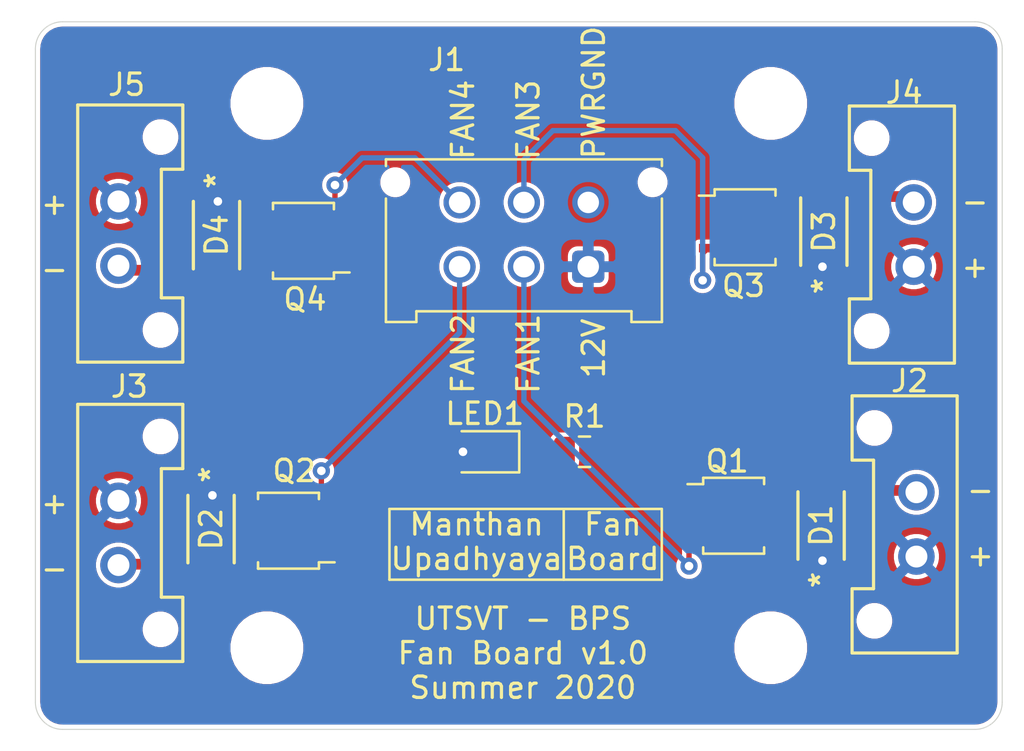
<source format=kicad_pcb>
(kicad_pcb (version 20171130) (host pcbnew "(5.1.6)-1")

  (general
    (thickness 1.6)
    (drawings 31)
    (tracks 47)
    (zones 0)
    (modules 19)
    (nets 12)
  )

  (page A4)
  (layers
    (0 F.Cu signal)
    (31 B.Cu signal)
    (32 B.Adhes user)
    (33 F.Adhes user)
    (34 B.Paste user)
    (35 F.Paste user)
    (36 B.SilkS user)
    (37 F.SilkS user)
    (38 B.Mask user)
    (39 F.Mask user)
    (40 Dwgs.User user hide)
    (41 Cmts.User user)
    (42 Eco1.User user)
    (43 Eco2.User user)
    (44 Edge.Cuts user)
    (45 Margin user)
    (46 B.CrtYd user hide)
    (47 F.CrtYd user hide)
    (48 B.Fab user)
    (49 F.Fab user hide)
  )

  (setup
    (last_trace_width 0.25)
    (user_trace_width 0.5)
    (user_trace_width 1)
    (trace_clearance 0.2)
    (zone_clearance 0.2)
    (zone_45_only no)
    (trace_min 0.2)
    (via_size 0.8)
    (via_drill 0.4)
    (via_min_size 0.4)
    (via_min_drill 0.3)
    (user_via 1 0.5)
    (uvia_size 0.3)
    (uvia_drill 0.1)
    (uvias_allowed no)
    (uvia_min_size 0.2)
    (uvia_min_drill 0.1)
    (edge_width 0.05)
    (segment_width 0.2)
    (pcb_text_width 0.3)
    (pcb_text_size 1.5 1.5)
    (mod_edge_width 0.12)
    (mod_text_size 1 1)
    (mod_text_width 0.15)
    (pad_size 1.524 1.524)
    (pad_drill 0.762)
    (pad_to_mask_clearance 0.05)
    (aux_axis_origin 0 0)
    (visible_elements 7FFFFFFF)
    (pcbplotparams
      (layerselection 0x010fc_ffffffff)
      (usegerberextensions false)
      (usegerberattributes true)
      (usegerberadvancedattributes true)
      (creategerberjobfile true)
      (excludeedgelayer true)
      (linewidth 0.100000)
      (plotframeref false)
      (viasonmask false)
      (mode 1)
      (useauxorigin false)
      (hpglpennumber 1)
      (hpglpenspeed 20)
      (hpglpendiameter 15.000000)
      (psnegative false)
      (psa4output false)
      (plotreference true)
      (plotvalue true)
      (plotinvisibletext false)
      (padsonsilk false)
      (subtractmaskfromsilk false)
      (outputformat 1)
      (mirror false)
      (drillshape 1)
      (scaleselection 1)
      (outputdirectory ""))
  )

  (net 0 "")
  (net 1 "Net-(D1-Pad2)")
  (net 2 +12V)
  (net 3 "Net-(D2-Pad2)")
  (net 4 "Net-(D3-Pad2)")
  (net 5 "Net-(D4-Pad2)")
  (net 6 GNDPWR)
  (net 7 /FAN3)
  (net 8 /FAN4)
  (net 9 /FAN2)
  (net 10 /FAN1)
  (net 11 "Net-(LED1-Pad1)")

  (net_class Default "This is the default net class."
    (clearance 0.2)
    (trace_width 0.25)
    (via_dia 0.8)
    (via_drill 0.4)
    (uvia_dia 0.3)
    (uvia_drill 0.1)
    (add_net +12V)
    (add_net /FAN1)
    (add_net /FAN2)
    (add_net /FAN3)
    (add_net /FAN4)
    (add_net GNDPWR)
    (add_net "Net-(D1-Pad2)")
    (add_net "Net-(D2-Pad2)")
    (add_net "Net-(D3-Pad2)")
    (add_net "Net-(D4-Pad2)")
    (add_net "Net-(LED1-Pad1)")
  )

  (module MountingHole:MountingHole_3mm (layer F.Cu) (tedit 56D1B4CB) (tstamp 5F1E8642)
    (at 169.545 59.69)
    (descr "Mounting Hole 3mm, no annular")
    (tags "mounting hole 3mm no annular")
    (path /5F1E06E8)
    (attr virtual)
    (fp_text reference H3 (at 0 -2.54) (layer Dwgs.User)
      (effects (font (size 1 1) (thickness 0.15)))
    )
    (fp_text value MountingHole (at 0 4) (layer F.Fab)
      (effects (font (size 1 1) (thickness 0.15)))
    )
    (fp_circle (center 0 0) (end 3 0) (layer Cmts.User) (width 0.15))
    (fp_circle (center 0 0) (end 3.25 0) (layer F.CrtYd) (width 0.05))
    (fp_text user %R (at 0.3 0) (layer F.Fab)
      (effects (font (size 1 1) (thickness 0.15)))
    )
    (pad 1 np_thru_hole circle (at 0 0) (size 3 3) (drill 3) (layers *.Cu *.Mask))
  )

  (module Resistor_SMD:R_0805_2012Metric (layer F.Cu) (tedit 5B36C52B) (tstamp 5F1F61EE)
    (at 160.8605 75.946)
    (descr "Resistor SMD 0805 (2012 Metric), square (rectangular) end terminal, IPC_7351 nominal, (Body size source: https://docs.google.com/spreadsheets/d/1BsfQQcO9C6DZCsRaXUlFlo91Tg2WpOkGARC1WS5S8t0/edit?usp=sharing), generated with kicad-footprint-generator")
    (tags resistor)
    (path /5F1F6C18)
    (attr smd)
    (fp_text reference R1 (at 0 -1.65) (layer F.SilkS)
      (effects (font (size 1 1) (thickness 0.15)))
    )
    (fp_text value 45k (at 0 1.65) (layer F.Fab)
      (effects (font (size 1 1) (thickness 0.15)))
    )
    (fp_line (start 1.68 0.95) (end -1.68 0.95) (layer F.CrtYd) (width 0.05))
    (fp_line (start 1.68 -0.95) (end 1.68 0.95) (layer F.CrtYd) (width 0.05))
    (fp_line (start -1.68 -0.95) (end 1.68 -0.95) (layer F.CrtYd) (width 0.05))
    (fp_line (start -1.68 0.95) (end -1.68 -0.95) (layer F.CrtYd) (width 0.05))
    (fp_line (start -0.258578 0.71) (end 0.258578 0.71) (layer F.SilkS) (width 0.12))
    (fp_line (start -0.258578 -0.71) (end 0.258578 -0.71) (layer F.SilkS) (width 0.12))
    (fp_line (start 1 0.6) (end -1 0.6) (layer F.Fab) (width 0.1))
    (fp_line (start 1 -0.6) (end 1 0.6) (layer F.Fab) (width 0.1))
    (fp_line (start -1 -0.6) (end 1 -0.6) (layer F.Fab) (width 0.1))
    (fp_line (start -1 0.6) (end -1 -0.6) (layer F.Fab) (width 0.1))
    (fp_text user %R (at 0 0) (layer F.Fab)
      (effects (font (size 0.5 0.5) (thickness 0.08)))
    )
    (pad 2 smd roundrect (at 0.9375 0) (size 0.975 1.4) (layers F.Cu F.Paste F.Mask) (roundrect_rratio 0.25)
      (net 6 GNDPWR))
    (pad 1 smd roundrect (at -0.9375 0) (size 0.975 1.4) (layers F.Cu F.Paste F.Mask) (roundrect_rratio 0.25)
      (net 11 "Net-(LED1-Pad1)"))
    (model ${KISYS3DMOD}/Resistor_SMD.3dshapes/R_0805_2012Metric.wrl
      (at (xyz 0 0 0))
      (scale (xyz 1 1 1))
      (rotate (xyz 0 0 0))
    )
  )

  (module LED_SMD:LED_0805_2012Metric (layer F.Cu) (tedit 5B36C52C) (tstamp 5F1FA8AB)
    (at 156.1315 75.946 180)
    (descr "LED SMD 0805 (2012 Metric), square (rectangular) end terminal, IPC_7351 nominal, (Body size source: https://docs.google.com/spreadsheets/d/1BsfQQcO9C6DZCsRaXUlFlo91Tg2WpOkGARC1WS5S8t0/edit?usp=sharing), generated with kicad-footprint-generator")
    (tags diode)
    (path /5F1F72F0)
    (attr smd)
    (fp_text reference LED1 (at -0.0785 1.778) (layer F.SilkS)
      (effects (font (size 1 1) (thickness 0.15)))
    )
    (fp_text value STATUS (at 0 1.65) (layer F.Fab)
      (effects (font (size 1 1) (thickness 0.15)))
    )
    (fp_line (start 1 -0.6) (end -0.7 -0.6) (layer F.Fab) (width 0.1))
    (fp_line (start -0.7 -0.6) (end -1 -0.3) (layer F.Fab) (width 0.1))
    (fp_line (start -1 -0.3) (end -1 0.6) (layer F.Fab) (width 0.1))
    (fp_line (start -1 0.6) (end 1 0.6) (layer F.Fab) (width 0.1))
    (fp_line (start 1 0.6) (end 1 -0.6) (layer F.Fab) (width 0.1))
    (fp_line (start 1 -0.96) (end -1.685 -0.96) (layer F.SilkS) (width 0.12))
    (fp_line (start -1.685 -0.96) (end -1.685 0.96) (layer F.SilkS) (width 0.12))
    (fp_line (start -1.685 0.96) (end 1 0.96) (layer F.SilkS) (width 0.12))
    (fp_line (start -1.68 0.95) (end -1.68 -0.95) (layer F.CrtYd) (width 0.05))
    (fp_line (start -1.68 -0.95) (end 1.68 -0.95) (layer F.CrtYd) (width 0.05))
    (fp_line (start 1.68 -0.95) (end 1.68 0.95) (layer F.CrtYd) (width 0.05))
    (fp_line (start 1.68 0.95) (end -1.68 0.95) (layer F.CrtYd) (width 0.05))
    (fp_text user %R (at 0 0) (layer F.Fab)
      (effects (font (size 0.5 0.5) (thickness 0.08)))
    )
    (pad 2 smd roundrect (at 0.9375 0 180) (size 0.975 1.4) (layers F.Cu F.Paste F.Mask) (roundrect_rratio 0.25)
      (net 2 +12V))
    (pad 1 smd roundrect (at -0.9375 0 180) (size 0.975 1.4) (layers F.Cu F.Paste F.Mask) (roundrect_rratio 0.25)
      (net 11 "Net-(LED1-Pad1)"))
    (model ${KISYS3DMOD}/LED_SMD.3dshapes/LED_0805_2012Metric.wrl
      (at (xyz 0 0 0))
      (scale (xyz 1 1 1))
      (rotate (xyz 0 0 0))
    )
  )

  (module Connector_Molex:Molex_Micro-Fit_3.0_43045-0612_2x03_P3.00mm_Vertical (layer F.Cu) (tedit 5B78138F) (tstamp 5F1E6B66)
    (at 161.036 67.31 180)
    (descr "Molex Micro-Fit 3.0 Connector System, 43045-0612 (compatible alternatives: 43045-0613, 43045-0624), 3 Pins per row (http://www.molex.com/pdm_docs/sd/430450212_sd.pdf), generated with kicad-footprint-generator")
    (tags "connector Molex Micro-Fit_3.0 side entry")
    (path /5F1EEC57)
    (fp_text reference J1 (at 6.604 9.652) (layer F.SilkS)
      (effects (font (size 1 1) (thickness 0.15)))
    )
    (fp_text value LDRBRDConn (at 3 7.5) (layer F.Fab)
      (effects (font (size 1 1) (thickness 0.15)))
    )
    (fp_line (start -2.125 -1.97) (end -2.125 -2.47) (layer F.Fab) (width 0.1))
    (fp_line (start -2.125 -2.47) (end -3.325 -2.47) (layer F.Fab) (width 0.1))
    (fp_line (start -3.325 -2.47) (end -3.325 4.9) (layer F.Fab) (width 0.1))
    (fp_line (start -3.325 4.9) (end 9.325 4.9) (layer F.Fab) (width 0.1))
    (fp_line (start 9.325 4.9) (end 9.325 -2.47) (layer F.Fab) (width 0.1))
    (fp_line (start 9.325 -2.47) (end 8.125 -2.47) (layer F.Fab) (width 0.1))
    (fp_line (start 8.125 -2.47) (end 8.125 -1.97) (layer F.Fab) (width 0.1))
    (fp_line (start 8.125 -1.97) (end -2.125 -1.97) (layer F.Fab) (width 0.1))
    (fp_line (start -3.325 -1.34) (end -2.125 -1.97) (layer F.Fab) (width 0.1))
    (fp_line (start 9.325 -1.34) (end 8.125 -1.97) (layer F.Fab) (width 0.1))
    (fp_line (start 2.3 4.9) (end 2.3 6.3) (layer F.Fab) (width 0.1))
    (fp_line (start 2.3 6.3) (end 3.7 6.3) (layer F.Fab) (width 0.1))
    (fp_line (start 3.7 6.3) (end 3.7 4.9) (layer F.Fab) (width 0.1))
    (fp_line (start -0.5 -1.97) (end 0 -1.262893) (layer F.Fab) (width 0.1))
    (fp_line (start 0 -1.262893) (end 0.5 -1.97) (layer F.Fab) (width 0.1))
    (fp_line (start -3.435 4.7) (end -3.435 5.01) (layer F.SilkS) (width 0.12))
    (fp_line (start -3.435 5.01) (end 9.435 5.01) (layer F.SilkS) (width 0.12))
    (fp_line (start 9.435 5.01) (end 9.435 4.7) (layer F.SilkS) (width 0.12))
    (fp_line (start -3.435 3.18) (end -3.435 -2.58) (layer F.SilkS) (width 0.12))
    (fp_line (start -3.435 -2.58) (end -2.015 -2.58) (layer F.SilkS) (width 0.12))
    (fp_line (start -2.015 -2.58) (end -2.015 -2.08) (layer F.SilkS) (width 0.12))
    (fp_line (start -2.015 -2.08) (end 8.015 -2.08) (layer F.SilkS) (width 0.12))
    (fp_line (start 8.015 -2.08) (end 8.015 -2.58) (layer F.SilkS) (width 0.12))
    (fp_line (start 8.015 -2.58) (end 9.435 -2.58) (layer F.SilkS) (width 0.12))
    (fp_line (start 9.435 -2.58) (end 9.435 3.18) (layer F.SilkS) (width 0.12))
    (fp_line (start -3.82 -2.97) (end 9.82 -2.97) (layer F.CrtYd) (width 0.05))
    (fp_line (start 9.82 -2.97) (end 9.82 6.8) (layer F.CrtYd) (width 0.05))
    (fp_line (start 9.82 6.8) (end -3.82 6.8) (layer F.CrtYd) (width 0.05))
    (fp_line (start -3.82 6.8) (end -3.82 -2.97) (layer F.CrtYd) (width 0.05))
    (fp_text user %R (at 3 4.2) (layer F.Fab)
      (effects (font (size 1 1) (thickness 0.15)))
    )
    (pad 6 thru_hole circle (at 6 3 180) (size 1.5 1.5) (drill 1) (layers *.Cu *.Mask)
      (net 8 /FAN4))
    (pad 5 thru_hole circle (at 3 3 180) (size 1.5 1.5) (drill 1) (layers *.Cu *.Mask)
      (net 7 /FAN3))
    (pad 4 thru_hole circle (at 0 3 180) (size 1.5 1.5) (drill 1) (layers *.Cu *.Mask)
      (net 6 GNDPWR))
    (pad 3 thru_hole circle (at 6 0 180) (size 1.5 1.5) (drill 1) (layers *.Cu *.Mask)
      (net 9 /FAN2))
    (pad 2 thru_hole circle (at 3 0 180) (size 1.5 1.5) (drill 1) (layers *.Cu *.Mask)
      (net 10 /FAN1))
    (pad 1 thru_hole roundrect (at 0 0 180) (size 1.5 1.5) (drill 1) (layers *.Cu *.Mask) (roundrect_rratio 0.166667)
      (net 2 +12V))
    (pad "" np_thru_hole circle (at 9 3.94 180) (size 1 1) (drill 1) (layers *.Cu *.Mask))
    (pad "" np_thru_hole circle (at -3 3.94 180) (size 1 1) (drill 1) (layers *.Cu *.Mask))
    (model ${KISYS3DMOD}/Connector_Molex.3dshapes/Molex_Micro-Fit_3.0_43045-0612_2x03_P3.00mm_Vertical.wrl
      (at (xyz 0 0 0))
      (scale (xyz 1 1 1))
      (rotate (xyz 0 0 0))
    )
  )

  (module UTSVT_Connectors:Molex_MicroFit3.0_1x2xP3.00mm_PolarizingPeg_Vertical (layer F.Cu) (tedit 5C074512) (tstamp 5F1D070A)
    (at 139.1285 64.262 270)
    (path /5F092946)
    (fp_text reference J5 (at -5.4455 -0.381) (layer F.SilkS)
      (effects (font (size 1 1) (thickness 0.15)))
    )
    (fp_text value FAN4 (at 1.5 4 90) (layer F.Fab)
      (effects (font (size 1 1) (thickness 0.15)))
    )
    (fp_line (start -3.325 1.9) (end -3.325 -2.47) (layer F.CrtYd) (width 0.15))
    (fp_line (start 6.325 1.9) (end 3 1.9) (layer F.CrtYd) (width 0.15))
    (fp_line (start 6.325 -2.47) (end 6.325 1.9) (layer F.CrtYd) (width 0.15))
    (fp_line (start -3.325 -2.47) (end 6.325 -2.47) (layer F.CrtYd) (width 0.15))
    (fp_line (start -4.5 1.9) (end -4.5 -3) (layer F.SilkS) (width 0.15))
    (fp_line (start 7.5 1.9) (end -4.5 1.9) (layer F.SilkS) (width 0.15))
    (fp_line (start 7.5 -3) (end 7.5 1.9) (layer F.SilkS) (width 0.15))
    (fp_line (start 4.5 -3) (end 7.5 -3) (layer F.SilkS) (width 0.15))
    (fp_line (start 4.5 -2) (end 4.5 -3) (layer F.SilkS) (width 0.15))
    (fp_line (start -1.5 -2) (end 4.5 -2) (layer F.SilkS) (width 0.15))
    (fp_line (start -1.5 -3) (end -1.5 -2) (layer F.SilkS) (width 0.15))
    (fp_line (start -4.5 -3) (end -1.5 -3) (layer F.SilkS) (width 0.15))
    (fp_line (start 0 1.9) (end -3.325 1.9) (layer F.CrtYd) (width 0.15))
    (fp_line (start 0 3.1) (end 0 1.9) (layer F.CrtYd) (width 0.15))
    (fp_line (start 3 3.1) (end 0 3.1) (layer F.CrtYd) (width 0.15))
    (fp_line (start 3 1.9) (end 3 3.1) (layer F.CrtYd) (width 0.15))
    (pad "" np_thru_hole circle (at -3 -1.96 270) (size 1.27 1.27) (drill 1.27) (layers *.Cu *.Mask))
    (pad 2 thru_hole circle (at 3 0 270) (size 1.7 1.7) (drill 1.02) (layers *.Cu *.Mask)
      (net 5 "Net-(D4-Pad2)"))
    (pad 1 thru_hole circle (at 0 0 270) (size 1.7 1.7) (drill 1.02) (layers *.Cu *.Mask)
      (net 2 +12V))
    (pad "" np_thru_hole circle (at 6 -1.96 270) (size 1.27 1.27) (drill 1.27) (layers *.Cu *.Mask))
  )

  (module MountingHole:MountingHole_3mm (layer F.Cu) (tedit 56D1B4CB) (tstamp 5F1E4968)
    (at 169.545 85.09)
    (descr "Mounting Hole 3mm, no annular")
    (tags "mounting hole 3mm no annular")
    (path /5F1E0A9F)
    (attr virtual)
    (fp_text reference H4 (at -4.445 0) (layer Dwgs.User)
      (effects (font (size 1 1) (thickness 0.15)))
    )
    (fp_text value MountingHole (at 0 4) (layer F.Fab)
      (effects (font (size 1 1) (thickness 0.15)))
    )
    (fp_circle (center 0 0) (end 3 0) (layer Cmts.User) (width 0.15))
    (fp_circle (center 0 0) (end 3.25 0) (layer F.CrtYd) (width 0.05))
    (fp_text user %R (at 0.3 0) (layer F.Fab)
      (effects (font (size 1 1) (thickness 0.15)))
    )
    (pad 1 np_thru_hole circle (at 0 0) (size 3 3) (drill 3) (layers *.Cu *.Mask))
  )

  (module MountingHole:MountingHole_3mm (layer F.Cu) (tedit 56D1B4CB) (tstamp 5F1E4958)
    (at 146.05 85.09)
    (descr "Mounting Hole 3mm, no annular")
    (tags "mounting hole 3mm no annular")
    (path /5F1E031B)
    (attr virtual)
    (fp_text reference H2 (at 4.445 0) (layer Dwgs.User)
      (effects (font (size 1 1) (thickness 0.15)))
    )
    (fp_text value MountingHole (at 0 4) (layer F.Fab)
      (effects (font (size 1 1) (thickness 0.15)))
    )
    (fp_circle (center 0 0) (end 3 0) (layer Cmts.User) (width 0.15))
    (fp_circle (center 0 0) (end 3.25 0) (layer F.CrtYd) (width 0.05))
    (fp_text user %R (at 0.3 0) (layer F.Fab)
      (effects (font (size 1 1) (thickness 0.15)))
    )
    (pad 1 np_thru_hole circle (at 0 0) (size 3 3) (drill 3) (layers *.Cu *.Mask))
  )

  (module MountingHole:MountingHole_3mm (layer F.Cu) (tedit 56D1B4CB) (tstamp 5F1E4950)
    (at 146.05 59.69)
    (descr "Mounting Hole 3mm, no annular")
    (tags "mounting hole 3mm no annular")
    (path /5F1DFA7F)
    (attr virtual)
    (fp_text reference H1 (at 0 -2.54) (layer Dwgs.User)
      (effects (font (size 1 1) (thickness 0.15)))
    )
    (fp_text value MountingHole (at 0 4) (layer F.Fab)
      (effects (font (size 1 1) (thickness 0.15)))
    )
    (fp_circle (center 0 0) (end 3 0) (layer Cmts.User) (width 0.15))
    (fp_circle (center 0 0) (end 3.25 0) (layer F.CrtYd) (width 0.05))
    (fp_text user %R (at 0.3 0) (layer F.Fab)
      (effects (font (size 1 1) (thickness 0.15)))
    )
    (pad 1 np_thru_hole circle (at 0 0) (size 3 3) (drill 3) (layers *.Cu *.Mask))
  )

  (module Package_TO_SOT_SMD:LFPAK33 (layer F.Cu) (tedit 5BA2DFCD) (tstamp 5F1E7BDE)
    (at 147.955 66.1035 180)
    (descr "LFPAK33 SOT-1210 https://assets.nexperia.com/documents/outline-drawing/SOT1210.pdf")
    (tags "LFPAK33 SOT-1210")
    (path /5F0B2EF7)
    (solder_mask_margin 0.05)
    (attr smd)
    (fp_text reference Q4 (at 0.127 -2.7305) (layer F.SilkS)
      (effects (font (size 1 1) (thickness 0.15)))
    )
    (fp_text value BUK9M34-100EX (at 0 2.64) (layer F.Fab)
      (effects (font (size 1 1) (thickness 0.15)))
    )
    (fp_line (start -0.6 -1.65) (end -1.1 -1.15) (layer F.Fab) (width 0.1))
    (fp_line (start -1.95 -1.475) (end -1.22 -1.475) (layer F.SilkS) (width 0.12))
    (fp_line (start -2.2 1.9) (end -2.2 -1.9) (layer F.CrtYd) (width 0.05))
    (fp_line (start -2.2 1.9) (end 2.2 1.9) (layer F.CrtYd) (width 0.05))
    (fp_line (start -2.2 -1.9) (end 2.2 -1.9) (layer F.CrtYd) (width 0.05))
    (fp_line (start 2.2 -1.9) (end 2.2 1.9) (layer F.CrtYd) (width 0.05))
    (fp_line (start 1.5 1.65) (end 1.5 -1.65) (layer F.Fab) (width 0.1))
    (fp_line (start -1.1 1.65) (end 1.5 1.65) (layer F.Fab) (width 0.1))
    (fp_line (start -1.1 -1.15) (end -1.1 1.65) (layer F.Fab) (width 0.1))
    (fp_line (start -0.6 -1.65) (end 1.5 -1.65) (layer F.Fab) (width 0.1))
    (fp_line (start -1.22 -1.77) (end -1.22 -1.475) (layer F.SilkS) (width 0.12))
    (fp_line (start 1.62 -1.77) (end -1.22 -1.77) (layer F.SilkS) (width 0.12))
    (fp_line (start 1.62 -1.475) (end 1.62 -1.77) (layer F.SilkS) (width 0.12))
    (fp_line (start 1.62 1.77) (end 1.62 1.475) (layer F.SilkS) (width 0.12))
    (fp_line (start -1.22 1.77) (end 1.62 1.77) (layer F.SilkS) (width 0.12))
    (fp_line (start -1.22 1.475) (end -1.22 1.77) (layer F.SilkS) (width 0.12))
    (fp_text user %R (at 0 0 90) (layer F.Fab)
      (effects (font (size 0.75 0.75) (thickness 0.13)))
    )
    (pad 5 smd custom (at 0.405 0 180) (size 1.85 2.25) (layers F.Cu F.Mask)
      (net 5 "Net-(D4-Pad2)") (zone_connect 2)
      (options (clearance outline) (anchor rect))
      (primitives
        (gr_poly (pts
           (xy 0.925 -1.175) (xy 1.545 -1.175) (xy 1.545 -0.775) (xy 0.925 -0.775)) (width 0))
        (gr_poly (pts
           (xy 0.925 -0.525) (xy 1.545 -0.525) (xy 1.545 -0.125) (xy 0.925 -0.125)) (width 0))
        (gr_poly (pts
           (xy 0.925 0.125) (xy 1.545 0.125) (xy 1.545 0.525) (xy 0.925 0.525)) (width 0))
        (gr_poly (pts
           (xy 0.925 0.775) (xy 1.545 0.775) (xy 1.545 1.175) (xy 0.925 1.175)) (width 0))
      ))
    (pad "" smd rect (at 1.575 0.975 180) (size 0.75 0.3) (layers F.Paste))
    (pad "" smd rect (at 1.575 0.325 180) (size 0.75 0.3) (layers F.Paste))
    (pad "" smd rect (at 1.575 -0.325 180) (size 0.75 0.3) (layers F.Paste))
    (pad "" smd rect (at 1.575 -0.975 180) (size 0.75 0.3) (layers F.Paste))
    (pad "" smd rect (at -1.535 -0.975 180) (size 0.83 0.3) (layers F.Paste))
    (pad "" smd rect (at -1.535 -0.325 180) (size 0.83 0.3) (layers F.Paste))
    (pad "" smd rect (at -1.535 0.325 180) (size 0.83 0.3) (layers F.Paste))
    (pad 4 smd rect (at -1.535 0.975 180) (size 0.83 0.4) (layers F.Cu F.Mask)
      (net 8 /FAN4))
    (pad "" smd rect (at -1.535 0.975 180) (size 0.83 0.3) (layers F.Paste))
    (pad 3 smd rect (at -1.535 0.325 180) (size 0.83 0.4) (layers F.Cu F.Mask)
      (net 6 GNDPWR))
    (pad 1 smd rect (at -1.535 -0.975 180) (size 0.83 0.4) (layers F.Cu F.Mask)
      (net 6 GNDPWR))
    (pad 2 smd rect (at -1.535 -0.325 180) (size 0.83 0.4) (layers F.Cu F.Mask)
      (net 6 GNDPWR))
    (pad "" smd rect (at 0.645 0.626 180) (size 0.51 0.635) (layers F.Paste))
    (pad "" smd rect (at -0.215 0.626 180) (size 0.51 0.635) (layers F.Paste))
    (pad "" smd rect (at 0.645 -0.626 180) (size 0.51 0.635) (layers F.Paste))
    (pad "" smd rect (at -0.215 -0.626 180) (size 0.51 0.635) (layers F.Paste))
    (model ${KISYS3DMOD}/Package_TO_SOT_SMD.3dshapes/LFPAK33.wrl
      (at (xyz 0 0 0))
      (scale (xyz 1 1 1))
      (rotate (xyz 0 0 0))
    )
  )

  (module Package_TO_SOT_SMD:LFPAK33 (layer F.Cu) (tedit 5BA2DFCD) (tstamp 5F1D07A6)
    (at 168.148 65.4685)
    (descr "LFPAK33 SOT-1210 https://assets.nexperia.com/documents/outline-drawing/SOT1210.pdf")
    (tags "LFPAK33 SOT-1210")
    (path /5F0B279A)
    (solder_mask_margin 0.05)
    (attr smd)
    (fp_text reference Q3 (at 0.127 2.7305 180) (layer F.SilkS)
      (effects (font (size 1 1) (thickness 0.15)))
    )
    (fp_text value BUK9M34-100EX (at 0 2.64) (layer F.Fab)
      (effects (font (size 1 1) (thickness 0.15)))
    )
    (fp_line (start -0.6 -1.65) (end -1.1 -1.15) (layer F.Fab) (width 0.1))
    (fp_line (start -1.95 -1.475) (end -1.22 -1.475) (layer F.SilkS) (width 0.12))
    (fp_line (start -2.2 1.9) (end -2.2 -1.9) (layer F.CrtYd) (width 0.05))
    (fp_line (start -2.2 1.9) (end 2.2 1.9) (layer F.CrtYd) (width 0.05))
    (fp_line (start -2.2 -1.9) (end 2.2 -1.9) (layer F.CrtYd) (width 0.05))
    (fp_line (start 2.2 -1.9) (end 2.2 1.9) (layer F.CrtYd) (width 0.05))
    (fp_line (start 1.5 1.65) (end 1.5 -1.65) (layer F.Fab) (width 0.1))
    (fp_line (start -1.1 1.65) (end 1.5 1.65) (layer F.Fab) (width 0.1))
    (fp_line (start -1.1 -1.15) (end -1.1 1.65) (layer F.Fab) (width 0.1))
    (fp_line (start -0.6 -1.65) (end 1.5 -1.65) (layer F.Fab) (width 0.1))
    (fp_line (start -1.22 -1.77) (end -1.22 -1.475) (layer F.SilkS) (width 0.12))
    (fp_line (start 1.62 -1.77) (end -1.22 -1.77) (layer F.SilkS) (width 0.12))
    (fp_line (start 1.62 -1.475) (end 1.62 -1.77) (layer F.SilkS) (width 0.12))
    (fp_line (start 1.62 1.77) (end 1.62 1.475) (layer F.SilkS) (width 0.12))
    (fp_line (start -1.22 1.77) (end 1.62 1.77) (layer F.SilkS) (width 0.12))
    (fp_line (start -1.22 1.475) (end -1.22 1.77) (layer F.SilkS) (width 0.12))
    (fp_text user %R (at 0 0 90) (layer F.Fab)
      (effects (font (size 0.75 0.75) (thickness 0.13)))
    )
    (pad 5 smd custom (at 0.405 0) (size 1.85 2.25) (layers F.Cu F.Mask)
      (net 4 "Net-(D3-Pad2)") (zone_connect 2)
      (options (clearance outline) (anchor rect))
      (primitives
        (gr_poly (pts
           (xy 0.925 -1.175) (xy 1.545 -1.175) (xy 1.545 -0.775) (xy 0.925 -0.775)) (width 0))
        (gr_poly (pts
           (xy 0.925 -0.525) (xy 1.545 -0.525) (xy 1.545 -0.125) (xy 0.925 -0.125)) (width 0))
        (gr_poly (pts
           (xy 0.925 0.125) (xy 1.545 0.125) (xy 1.545 0.525) (xy 0.925 0.525)) (width 0))
        (gr_poly (pts
           (xy 0.925 0.775) (xy 1.545 0.775) (xy 1.545 1.175) (xy 0.925 1.175)) (width 0))
      ))
    (pad "" smd rect (at 1.575 0.975) (size 0.75 0.3) (layers F.Paste))
    (pad "" smd rect (at 1.575 0.325) (size 0.75 0.3) (layers F.Paste))
    (pad "" smd rect (at 1.575 -0.325) (size 0.75 0.3) (layers F.Paste))
    (pad "" smd rect (at 1.575 -0.975) (size 0.75 0.3) (layers F.Paste))
    (pad "" smd rect (at -1.535 -0.975) (size 0.83 0.3) (layers F.Paste))
    (pad "" smd rect (at -1.535 -0.325) (size 0.83 0.3) (layers F.Paste))
    (pad "" smd rect (at -1.535 0.325) (size 0.83 0.3) (layers F.Paste))
    (pad 4 smd rect (at -1.535 0.975) (size 0.83 0.4) (layers F.Cu F.Mask)
      (net 7 /FAN3))
    (pad "" smd rect (at -1.535 0.975) (size 0.83 0.3) (layers F.Paste))
    (pad 3 smd rect (at -1.535 0.325) (size 0.83 0.4) (layers F.Cu F.Mask)
      (net 6 GNDPWR))
    (pad 1 smd rect (at -1.535 -0.975) (size 0.83 0.4) (layers F.Cu F.Mask)
      (net 6 GNDPWR))
    (pad 2 smd rect (at -1.535 -0.325) (size 0.83 0.4) (layers F.Cu F.Mask)
      (net 6 GNDPWR))
    (pad "" smd rect (at 0.645 0.626) (size 0.51 0.635) (layers F.Paste))
    (pad "" smd rect (at -0.215 0.626) (size 0.51 0.635) (layers F.Paste))
    (pad "" smd rect (at 0.645 -0.626) (size 0.51 0.635) (layers F.Paste))
    (pad "" smd rect (at -0.215 -0.626) (size 0.51 0.635) (layers F.Paste))
    (model ${KISYS3DMOD}/Package_TO_SOT_SMD.3dshapes/LFPAK33.wrl
      (at (xyz 0 0 0))
      (scale (xyz 1 1 1))
      (rotate (xyz 0 0 0))
    )
  )

  (module Package_TO_SOT_SMD:LFPAK33 (layer F.Cu) (tedit 5BA2DFCD) (tstamp 5F1D0780)
    (at 147.2565 79.629 180)
    (descr "LFPAK33 SOT-1210 https://assets.nexperia.com/documents/outline-drawing/SOT1210.pdf")
    (tags "LFPAK33 SOT-1210")
    (path /5F0B1145)
    (solder_mask_margin 0.05)
    (attr smd)
    (fp_text reference Q2 (at -0.0635 2.794) (layer F.SilkS)
      (effects (font (size 1 1) (thickness 0.15)))
    )
    (fp_text value BUK9M34-100EX (at 0 2.64) (layer F.Fab)
      (effects (font (size 1 1) (thickness 0.15)))
    )
    (fp_line (start -0.6 -1.65) (end -1.1 -1.15) (layer F.Fab) (width 0.1))
    (fp_line (start -1.95 -1.475) (end -1.22 -1.475) (layer F.SilkS) (width 0.12))
    (fp_line (start -2.2 1.9) (end -2.2 -1.9) (layer F.CrtYd) (width 0.05))
    (fp_line (start -2.2 1.9) (end 2.2 1.9) (layer F.CrtYd) (width 0.05))
    (fp_line (start -2.2 -1.9) (end 2.2 -1.9) (layer F.CrtYd) (width 0.05))
    (fp_line (start 2.2 -1.9) (end 2.2 1.9) (layer F.CrtYd) (width 0.05))
    (fp_line (start 1.5 1.65) (end 1.5 -1.65) (layer F.Fab) (width 0.1))
    (fp_line (start -1.1 1.65) (end 1.5 1.65) (layer F.Fab) (width 0.1))
    (fp_line (start -1.1 -1.15) (end -1.1 1.65) (layer F.Fab) (width 0.1))
    (fp_line (start -0.6 -1.65) (end 1.5 -1.65) (layer F.Fab) (width 0.1))
    (fp_line (start -1.22 -1.77) (end -1.22 -1.475) (layer F.SilkS) (width 0.12))
    (fp_line (start 1.62 -1.77) (end -1.22 -1.77) (layer F.SilkS) (width 0.12))
    (fp_line (start 1.62 -1.475) (end 1.62 -1.77) (layer F.SilkS) (width 0.12))
    (fp_line (start 1.62 1.77) (end 1.62 1.475) (layer F.SilkS) (width 0.12))
    (fp_line (start -1.22 1.77) (end 1.62 1.77) (layer F.SilkS) (width 0.12))
    (fp_line (start -1.22 1.475) (end -1.22 1.77) (layer F.SilkS) (width 0.12))
    (fp_text user %R (at 0 0 90) (layer F.Fab)
      (effects (font (size 0.75 0.75) (thickness 0.13)))
    )
    (pad 5 smd custom (at 0.405 0 180) (size 1.85 2.25) (layers F.Cu F.Mask)
      (net 3 "Net-(D2-Pad2)") (zone_connect 2)
      (options (clearance outline) (anchor rect))
      (primitives
        (gr_poly (pts
           (xy 0.925 -1.175) (xy 1.545 -1.175) (xy 1.545 -0.775) (xy 0.925 -0.775)) (width 0))
        (gr_poly (pts
           (xy 0.925 -0.525) (xy 1.545 -0.525) (xy 1.545 -0.125) (xy 0.925 -0.125)) (width 0))
        (gr_poly (pts
           (xy 0.925 0.125) (xy 1.545 0.125) (xy 1.545 0.525) (xy 0.925 0.525)) (width 0))
        (gr_poly (pts
           (xy 0.925 0.775) (xy 1.545 0.775) (xy 1.545 1.175) (xy 0.925 1.175)) (width 0))
      ))
    (pad "" smd rect (at 1.575 0.975 180) (size 0.75 0.3) (layers F.Paste))
    (pad "" smd rect (at 1.575 0.325 180) (size 0.75 0.3) (layers F.Paste))
    (pad "" smd rect (at 1.575 -0.325 180) (size 0.75 0.3) (layers F.Paste))
    (pad "" smd rect (at 1.575 -0.975 180) (size 0.75 0.3) (layers F.Paste))
    (pad "" smd rect (at -1.535 -0.975 180) (size 0.83 0.3) (layers F.Paste))
    (pad "" smd rect (at -1.535 -0.325 180) (size 0.83 0.3) (layers F.Paste))
    (pad "" smd rect (at -1.535 0.325 180) (size 0.83 0.3) (layers F.Paste))
    (pad 4 smd rect (at -1.535 0.975 180) (size 0.83 0.4) (layers F.Cu F.Mask)
      (net 9 /FAN2))
    (pad "" smd rect (at -1.535 0.975 180) (size 0.83 0.3) (layers F.Paste))
    (pad 3 smd rect (at -1.535 0.325 180) (size 0.83 0.4) (layers F.Cu F.Mask)
      (net 6 GNDPWR))
    (pad 1 smd rect (at -1.535 -0.975 180) (size 0.83 0.4) (layers F.Cu F.Mask)
      (net 6 GNDPWR))
    (pad 2 smd rect (at -1.535 -0.325 180) (size 0.83 0.4) (layers F.Cu F.Mask)
      (net 6 GNDPWR))
    (pad "" smd rect (at 0.645 0.626 180) (size 0.51 0.635) (layers F.Paste))
    (pad "" smd rect (at -0.215 0.626 180) (size 0.51 0.635) (layers F.Paste))
    (pad "" smd rect (at 0.645 -0.626 180) (size 0.51 0.635) (layers F.Paste))
    (pad "" smd rect (at -0.215 -0.626 180) (size 0.51 0.635) (layers F.Paste))
    (model ${KISYS3DMOD}/Package_TO_SOT_SMD.3dshapes/LFPAK33.wrl
      (at (xyz 0 0 0))
      (scale (xyz 1 1 1))
      (rotate (xyz 0 0 0))
    )
  )

  (module Package_TO_SOT_SMD:LFPAK33 (layer F.Cu) (tedit 5BA2DFCD) (tstamp 5F1D075A)
    (at 167.616 78.9305)
    (descr "LFPAK33 SOT-1210 https://assets.nexperia.com/documents/outline-drawing/SOT1210.pdf")
    (tags "LFPAK33 SOT-1210")
    (path /5F0AEA0D)
    (solder_mask_margin 0.05)
    (attr smd)
    (fp_text reference Q1 (at -0.103 -2.54) (layer F.SilkS)
      (effects (font (size 1 1) (thickness 0.15)))
    )
    (fp_text value BUK9M34-100EX (at 0 2.64) (layer F.Fab)
      (effects (font (size 1 1) (thickness 0.15)))
    )
    (fp_line (start -0.6 -1.65) (end -1.1 -1.15) (layer F.Fab) (width 0.1))
    (fp_line (start -1.95 -1.475) (end -1.22 -1.475) (layer F.SilkS) (width 0.12))
    (fp_line (start -2.2 1.9) (end -2.2 -1.9) (layer F.CrtYd) (width 0.05))
    (fp_line (start -2.2 1.9) (end 2.2 1.9) (layer F.CrtYd) (width 0.05))
    (fp_line (start -2.2 -1.9) (end 2.2 -1.9) (layer F.CrtYd) (width 0.05))
    (fp_line (start 2.2 -1.9) (end 2.2 1.9) (layer F.CrtYd) (width 0.05))
    (fp_line (start 1.5 1.65) (end 1.5 -1.65) (layer F.Fab) (width 0.1))
    (fp_line (start -1.1 1.65) (end 1.5 1.65) (layer F.Fab) (width 0.1))
    (fp_line (start -1.1 -1.15) (end -1.1 1.65) (layer F.Fab) (width 0.1))
    (fp_line (start -0.6 -1.65) (end 1.5 -1.65) (layer F.Fab) (width 0.1))
    (fp_line (start -1.22 -1.77) (end -1.22 -1.475) (layer F.SilkS) (width 0.12))
    (fp_line (start 1.62 -1.77) (end -1.22 -1.77) (layer F.SilkS) (width 0.12))
    (fp_line (start 1.62 -1.475) (end 1.62 -1.77) (layer F.SilkS) (width 0.12))
    (fp_line (start 1.62 1.77) (end 1.62 1.475) (layer F.SilkS) (width 0.12))
    (fp_line (start -1.22 1.77) (end 1.62 1.77) (layer F.SilkS) (width 0.12))
    (fp_line (start -1.22 1.475) (end -1.22 1.77) (layer F.SilkS) (width 0.12))
    (fp_text user %R (at 0 0 90) (layer F.Fab)
      (effects (font (size 0.75 0.75) (thickness 0.13)))
    )
    (pad 5 smd custom (at 0.405 0) (size 1.85 2.25) (layers F.Cu F.Mask)
      (net 1 "Net-(D1-Pad2)") (zone_connect 2)
      (options (clearance outline) (anchor rect))
      (primitives
        (gr_poly (pts
           (xy 0.925 -1.175) (xy 1.545 -1.175) (xy 1.545 -0.775) (xy 0.925 -0.775)) (width 0))
        (gr_poly (pts
           (xy 0.925 -0.525) (xy 1.545 -0.525) (xy 1.545 -0.125) (xy 0.925 -0.125)) (width 0))
        (gr_poly (pts
           (xy 0.925 0.125) (xy 1.545 0.125) (xy 1.545 0.525) (xy 0.925 0.525)) (width 0))
        (gr_poly (pts
           (xy 0.925 0.775) (xy 1.545 0.775) (xy 1.545 1.175) (xy 0.925 1.175)) (width 0))
      ))
    (pad "" smd rect (at 1.575 0.975) (size 0.75 0.3) (layers F.Paste))
    (pad "" smd rect (at 1.575 0.325) (size 0.75 0.3) (layers F.Paste))
    (pad "" smd rect (at 1.575 -0.325) (size 0.75 0.3) (layers F.Paste))
    (pad "" smd rect (at 1.575 -0.975) (size 0.75 0.3) (layers F.Paste))
    (pad "" smd rect (at -1.535 -0.975) (size 0.83 0.3) (layers F.Paste))
    (pad "" smd rect (at -1.535 -0.325) (size 0.83 0.3) (layers F.Paste))
    (pad "" smd rect (at -1.535 0.325) (size 0.83 0.3) (layers F.Paste))
    (pad 4 smd rect (at -1.535 0.975) (size 0.83 0.4) (layers F.Cu F.Mask)
      (net 10 /FAN1))
    (pad "" smd rect (at -1.535 0.975) (size 0.83 0.3) (layers F.Paste))
    (pad 3 smd rect (at -1.535 0.325) (size 0.83 0.4) (layers F.Cu F.Mask)
      (net 6 GNDPWR))
    (pad 1 smd rect (at -1.535 -0.975) (size 0.83 0.4) (layers F.Cu F.Mask)
      (net 6 GNDPWR))
    (pad 2 smd rect (at -1.535 -0.325) (size 0.83 0.4) (layers F.Cu F.Mask)
      (net 6 GNDPWR))
    (pad "" smd rect (at 0.645 0.626) (size 0.51 0.635) (layers F.Paste))
    (pad "" smd rect (at -0.215 0.626) (size 0.51 0.635) (layers F.Paste))
    (pad "" smd rect (at 0.645 -0.626) (size 0.51 0.635) (layers F.Paste))
    (pad "" smd rect (at -0.215 -0.626) (size 0.51 0.635) (layers F.Paste))
    (model ${KISYS3DMOD}/Package_TO_SOT_SMD.3dshapes/LFPAK33.wrl
      (at (xyz 0 0 0))
      (scale (xyz 1 1 1))
      (rotate (xyz 0 0 0))
    )
  )

  (module UTSVT_Connectors:Molex_MicroFit3.0_1x2xP3.00mm_PolarizingPeg_Vertical (layer F.Cu) (tedit 5C074512) (tstamp 5F1D06F2)
    (at 176.2125 67.31 90)
    (path /5F092588)
    (fp_text reference J4 (at 8.128 -0.4445 180) (layer F.SilkS)
      (effects (font (size 1 1) (thickness 0.15)))
    )
    (fp_text value FAN3 (at 1.5 4 90) (layer F.Fab)
      (effects (font (size 1 1) (thickness 0.15)))
    )
    (fp_line (start -3.325 1.9) (end -3.325 -2.47) (layer F.CrtYd) (width 0.15))
    (fp_line (start 6.325 1.9) (end 3 1.9) (layer F.CrtYd) (width 0.15))
    (fp_line (start 6.325 -2.47) (end 6.325 1.9) (layer F.CrtYd) (width 0.15))
    (fp_line (start -3.325 -2.47) (end 6.325 -2.47) (layer F.CrtYd) (width 0.15))
    (fp_line (start -4.5 1.9) (end -4.5 -3) (layer F.SilkS) (width 0.15))
    (fp_line (start 7.5 1.9) (end -4.5 1.9) (layer F.SilkS) (width 0.15))
    (fp_line (start 7.5 -3) (end 7.5 1.9) (layer F.SilkS) (width 0.15))
    (fp_line (start 4.5 -3) (end 7.5 -3) (layer F.SilkS) (width 0.15))
    (fp_line (start 4.5 -2) (end 4.5 -3) (layer F.SilkS) (width 0.15))
    (fp_line (start -1.5 -2) (end 4.5 -2) (layer F.SilkS) (width 0.15))
    (fp_line (start -1.5 -3) (end -1.5 -2) (layer F.SilkS) (width 0.15))
    (fp_line (start -4.5 -3) (end -1.5 -3) (layer F.SilkS) (width 0.15))
    (fp_line (start 0 1.9) (end -3.325 1.9) (layer F.CrtYd) (width 0.15))
    (fp_line (start 0 3.1) (end 0 1.9) (layer F.CrtYd) (width 0.15))
    (fp_line (start 3 3.1) (end 0 3.1) (layer F.CrtYd) (width 0.15))
    (fp_line (start 3 1.9) (end 3 3.1) (layer F.CrtYd) (width 0.15))
    (pad "" np_thru_hole circle (at -3 -1.96 90) (size 1.27 1.27) (drill 1.27) (layers *.Cu *.Mask))
    (pad 2 thru_hole circle (at 3 0 90) (size 1.7 1.7) (drill 1.02) (layers *.Cu *.Mask)
      (net 4 "Net-(D3-Pad2)"))
    (pad 1 thru_hole circle (at 0 0 90) (size 1.7 1.7) (drill 1.02) (layers *.Cu *.Mask)
      (net 2 +12V))
    (pad "" np_thru_hole circle (at 6 -1.96 90) (size 1.27 1.27) (drill 1.27) (layers *.Cu *.Mask))
  )

  (module UTSVT_Connectors:Molex_MicroFit3.0_1x2xP3.00mm_PolarizingPeg_Vertical (layer F.Cu) (tedit 5C074512) (tstamp 5F1D06DA)
    (at 139.1285 78.232 270)
    (path /5F09203F)
    (fp_text reference J3 (at -5.334 -0.508 180) (layer F.SilkS)
      (effects (font (size 1 1) (thickness 0.15)))
    )
    (fp_text value FAN2 (at 1.5 4 90) (layer F.Fab)
      (effects (font (size 1 1) (thickness 0.15)))
    )
    (fp_line (start -3.325 1.9) (end -3.325 -2.47) (layer F.CrtYd) (width 0.15))
    (fp_line (start 6.325 1.9) (end 3 1.9) (layer F.CrtYd) (width 0.15))
    (fp_line (start 6.325 -2.47) (end 6.325 1.9) (layer F.CrtYd) (width 0.15))
    (fp_line (start -3.325 -2.47) (end 6.325 -2.47) (layer F.CrtYd) (width 0.15))
    (fp_line (start -4.5 1.9) (end -4.5 -3) (layer F.SilkS) (width 0.15))
    (fp_line (start 7.5 1.9) (end -4.5 1.9) (layer F.SilkS) (width 0.15))
    (fp_line (start 7.5 -3) (end 7.5 1.9) (layer F.SilkS) (width 0.15))
    (fp_line (start 4.5 -3) (end 7.5 -3) (layer F.SilkS) (width 0.15))
    (fp_line (start 4.5 -2) (end 4.5 -3) (layer F.SilkS) (width 0.15))
    (fp_line (start -1.5 -2) (end 4.5 -2) (layer F.SilkS) (width 0.15))
    (fp_line (start -1.5 -3) (end -1.5 -2) (layer F.SilkS) (width 0.15))
    (fp_line (start -4.5 -3) (end -1.5 -3) (layer F.SilkS) (width 0.15))
    (fp_line (start 0 1.9) (end -3.325 1.9) (layer F.CrtYd) (width 0.15))
    (fp_line (start 0 3.1) (end 0 1.9) (layer F.CrtYd) (width 0.15))
    (fp_line (start 3 3.1) (end 0 3.1) (layer F.CrtYd) (width 0.15))
    (fp_line (start 3 1.9) (end 3 3.1) (layer F.CrtYd) (width 0.15))
    (pad "" np_thru_hole circle (at -3 -1.96 270) (size 1.27 1.27) (drill 1.27) (layers *.Cu *.Mask))
    (pad 2 thru_hole circle (at 3 0 270) (size 1.7 1.7) (drill 1.02) (layers *.Cu *.Mask)
      (net 3 "Net-(D2-Pad2)"))
    (pad 1 thru_hole circle (at 0 0 270) (size 1.7 1.7) (drill 1.02) (layers *.Cu *.Mask)
      (net 2 +12V))
    (pad "" np_thru_hole circle (at 6 -1.96 270) (size 1.27 1.27) (drill 1.27) (layers *.Cu *.Mask))
  )

  (module UTSVT_Connectors:Molex_MicroFit3.0_1x2xP3.00mm_PolarizingPeg_Vertical (layer F.Cu) (tedit 5C074512) (tstamp 5F1E810F)
    (at 176.3395 80.8355 90)
    (path /5F091D5D)
    (fp_text reference J2 (at 8.1915 -0.3175 180) (layer F.SilkS)
      (effects (font (size 1 1) (thickness 0.15)))
    )
    (fp_text value FAN1 (at 1.5 4 90) (layer F.Fab)
      (effects (font (size 1 1) (thickness 0.15)))
    )
    (fp_line (start -3.325 1.9) (end -3.325 -2.47) (layer F.CrtYd) (width 0.15))
    (fp_line (start 6.325 1.9) (end 3 1.9) (layer F.CrtYd) (width 0.15))
    (fp_line (start 6.325 -2.47) (end 6.325 1.9) (layer F.CrtYd) (width 0.15))
    (fp_line (start -3.325 -2.47) (end 6.325 -2.47) (layer F.CrtYd) (width 0.15))
    (fp_line (start -4.5 1.9) (end -4.5 -3) (layer F.SilkS) (width 0.15))
    (fp_line (start 7.5 1.9) (end -4.5 1.9) (layer F.SilkS) (width 0.15))
    (fp_line (start 7.5 -3) (end 7.5 1.9) (layer F.SilkS) (width 0.15))
    (fp_line (start 4.5 -3) (end 7.5 -3) (layer F.SilkS) (width 0.15))
    (fp_line (start 4.5 -2) (end 4.5 -3) (layer F.SilkS) (width 0.15))
    (fp_line (start -1.5 -2) (end 4.5 -2) (layer F.SilkS) (width 0.15))
    (fp_line (start -1.5 -3) (end -1.5 -2) (layer F.SilkS) (width 0.15))
    (fp_line (start -4.5 -3) (end -1.5 -3) (layer F.SilkS) (width 0.15))
    (fp_line (start 0 1.9) (end -3.325 1.9) (layer F.CrtYd) (width 0.15))
    (fp_line (start 0 3.1) (end 0 1.9) (layer F.CrtYd) (width 0.15))
    (fp_line (start 3 3.1) (end 0 3.1) (layer F.CrtYd) (width 0.15))
    (fp_line (start 3 1.9) (end 3 3.1) (layer F.CrtYd) (width 0.15))
    (pad "" np_thru_hole circle (at -3 -1.96 90) (size 1.27 1.27) (drill 1.27) (layers *.Cu *.Mask))
    (pad 2 thru_hole circle (at 3 0 90) (size 1.7 1.7) (drill 1.02) (layers *.Cu *.Mask)
      (net 1 "Net-(D1-Pad2)"))
    (pad 1 thru_hole circle (at 0 0 90) (size 1.7 1.7) (drill 1.02) (layers *.Cu *.Mask)
      (net 2 +12V))
    (pad "" np_thru_hole circle (at 6 -1.96 90) (size 1.27 1.27) (drill 1.27) (layers *.Cu *.Mask))
  )

  (module UTSVT_Passive:V2F22HM (layer F.Cu) (tedit 5F26549D) (tstamp 5F28E3F2)
    (at 171.8945 79.3877 90)
    (path /5F0A355E)
    (fp_text reference D1 (at 0 0 90) (layer F.SilkS)
      (effects (font (size 1 1) (thickness 0.15)))
    )
    (fp_text value V2F22HM (at 0 0 90) (layer F.Fab)
      (effects (font (size 1 1) (thickness 0.15)))
    )
    (fp_text user 0.047in/1.194mm (at 4.3688 0 90) (layer Dwgs.User) hide
      (effects (font (size 1 1) (thickness 0.15)))
    )
    (fp_text user * (at -2.54 0 90) (layer F.SilkS)
      (effects (font (size 1 1) (thickness 0.15)))
    )
    (fp_text user * (at -1.1938 0 90) (layer F.Fab) hide
      (effects (font (size 1 1) (thickness 0.15)))
    )
    (fp_text user 0.041in/1.041mm (at -1.6383 -3.8608 90) (layer Dwgs.User) hide
      (effects (font (size 1 1) (thickness 0.15)))
    )
    (fp_text user * (at -1.1938 0 90) (layer F.Fab) hide
      (effects (font (size 1 1) (thickness 0.15)))
    )
    (fp_text user * (at -2.54 0 90) (layer F.SilkS) hide
      (effects (font (size 1 1) (thickness 0.15)))
    )
    (fp_text user "Copyright 2016 Accelerated Designs. All rights reserved." (at 0 0 90) (layer Cmts.User) hide
      (effects (font (size 0.127 0.127) (thickness 0.002)))
    )
    (fp_line (start -1.4478 0.5969) (end -1.4478 -0.5969) (layer F.Fab) (width 0.1524))
    (fp_line (start -1.4478 -0.5969) (end -1.9558 -0.5969) (layer F.Fab) (width 0.1524))
    (fp_line (start -1.9558 -0.5969) (end -1.9558 0.5969) (layer F.Fab) (width 0.1524))
    (fp_line (start -1.9558 0.5969) (end -1.4478 0.5969) (layer F.Fab) (width 0.1524))
    (fp_line (start 1.4478 -0.5969) (end 1.4478 0.5969) (layer F.Fab) (width 0.1524))
    (fp_line (start 1.4478 0.5969) (end 1.9558 0.5969) (layer F.Fab) (width 0.1524))
    (fp_line (start 1.9558 0.5969) (end 1.9558 -0.5969) (layer F.Fab) (width 0.1524))
    (fp_line (start 1.9558 -0.5969) (end 1.4478 -0.5969) (layer F.Fab) (width 0.1524))
    (fp_line (start -1.4478 -0.47625) (end -0.97155 -0.9525) (layer F.Fab) (width 0.1524))
    (fp_line (start -1.4478 0.47625) (end -0.97155 0.9525) (layer F.Fab) (width 0.1524))
    (fp_line (start -1.5748 1.0795) (end 1.5748 1.0795) (layer F.SilkS) (width 0.1524))
    (fp_line (start 1.5748 -1.0795) (end -1.5748 -1.0795) (layer F.SilkS) (width 0.1524))
    (fp_line (start -1.4478 0.9525) (end 1.4478 0.9525) (layer F.Fab) (width 0.1524))
    (fp_line (start 1.4478 0.9525) (end 1.4478 -0.9525) (layer F.Fab) (width 0.1524))
    (fp_line (start 1.4478 -0.9525) (end -1.4478 -0.9525) (layer F.Fab) (width 0.1524))
    (fp_line (start -1.4478 -0.9525) (end -1.4478 0.9525) (layer F.Fab) (width 0.1524))
    (fp_line (start -2.413 0.8509) (end -2.413 -0.8509) (layer F.CrtYd) (width 0.1524))
    (fp_line (start -2.413 -0.8509) (end -1.7018 -0.8509) (layer F.CrtYd) (width 0.1524))
    (fp_line (start -1.7018 -0.8509) (end -1.7018 -1.2065) (layer F.CrtYd) (width 0.1524))
    (fp_line (start -1.7018 -1.2065) (end 1.7018 -1.2065) (layer F.CrtYd) (width 0.1524))
    (fp_line (start 1.7018 -1.2065) (end 1.7018 -0.8509) (layer F.CrtYd) (width 0.1524))
    (fp_line (start 1.7018 -0.8509) (end 2.413 -0.8509) (layer F.CrtYd) (width 0.1524))
    (fp_line (start 2.413 -0.8509) (end 2.413 0.8509) (layer F.CrtYd) (width 0.1524))
    (fp_line (start 2.413 0.8509) (end 1.7018 0.8509) (layer F.CrtYd) (width 0.1524))
    (fp_line (start 1.7018 0.8509) (end 1.7018 1.2065) (layer F.CrtYd) (width 0.1524))
    (fp_line (start 1.7018 1.2065) (end -1.7018 1.2065) (layer F.CrtYd) (width 0.1524))
    (fp_line (start -1.7018 1.2065) (end -1.7018 0.8509) (layer F.CrtYd) (width 0.1524))
    (fp_line (start -1.7018 0.8509) (end -2.413 0.8509) (layer F.CrtYd) (width 0.1524))
    (pad 2 smd rect (at 1.6383 0 90) (size 1.0414 1.1938) (layers F.Cu F.Paste F.Mask)
      (net 1 "Net-(D1-Pad2)"))
    (pad 1 smd rect (at -1.6383 0 90) (size 1.0414 1.1938) (layers F.Cu F.Paste F.Mask)
      (net 2 +12V))
  )

  (module UTSVT_Passive:V2F22HM (layer F.Cu) (tedit 5F26549D) (tstamp 5F28E41A)
    (at 143.4465 79.5528 270)
    (path /5F0A0D46)
    (fp_text reference D2 (at 0 0 90) (layer F.SilkS)
      (effects (font (size 1 1) (thickness 0.15)))
    )
    (fp_text value V2F22HM (at 0 0 90) (layer F.Fab)
      (effects (font (size 1 1) (thickness 0.15)))
    )
    (fp_line (start -1.7018 0.8509) (end -2.413 0.8509) (layer F.CrtYd) (width 0.1524))
    (fp_line (start -1.7018 1.2065) (end -1.7018 0.8509) (layer F.CrtYd) (width 0.1524))
    (fp_line (start 1.7018 1.2065) (end -1.7018 1.2065) (layer F.CrtYd) (width 0.1524))
    (fp_line (start 1.7018 0.8509) (end 1.7018 1.2065) (layer F.CrtYd) (width 0.1524))
    (fp_line (start 2.413 0.8509) (end 1.7018 0.8509) (layer F.CrtYd) (width 0.1524))
    (fp_line (start 2.413 -0.8509) (end 2.413 0.8509) (layer F.CrtYd) (width 0.1524))
    (fp_line (start 1.7018 -0.8509) (end 2.413 -0.8509) (layer F.CrtYd) (width 0.1524))
    (fp_line (start 1.7018 -1.2065) (end 1.7018 -0.8509) (layer F.CrtYd) (width 0.1524))
    (fp_line (start -1.7018 -1.2065) (end 1.7018 -1.2065) (layer F.CrtYd) (width 0.1524))
    (fp_line (start -1.7018 -0.8509) (end -1.7018 -1.2065) (layer F.CrtYd) (width 0.1524))
    (fp_line (start -2.413 -0.8509) (end -1.7018 -0.8509) (layer F.CrtYd) (width 0.1524))
    (fp_line (start -2.413 0.8509) (end -2.413 -0.8509) (layer F.CrtYd) (width 0.1524))
    (fp_line (start -1.4478 -0.9525) (end -1.4478 0.9525) (layer F.Fab) (width 0.1524))
    (fp_line (start 1.4478 -0.9525) (end -1.4478 -0.9525) (layer F.Fab) (width 0.1524))
    (fp_line (start 1.4478 0.9525) (end 1.4478 -0.9525) (layer F.Fab) (width 0.1524))
    (fp_line (start -1.4478 0.9525) (end 1.4478 0.9525) (layer F.Fab) (width 0.1524))
    (fp_line (start 1.5748 -1.0795) (end -1.5748 -1.0795) (layer F.SilkS) (width 0.1524))
    (fp_line (start -1.5748 1.0795) (end 1.5748 1.0795) (layer F.SilkS) (width 0.1524))
    (fp_line (start -1.4478 0.47625) (end -0.97155 0.9525) (layer F.Fab) (width 0.1524))
    (fp_line (start -1.4478 -0.47625) (end -0.97155 -0.9525) (layer F.Fab) (width 0.1524))
    (fp_line (start 1.9558 -0.5969) (end 1.4478 -0.5969) (layer F.Fab) (width 0.1524))
    (fp_line (start 1.9558 0.5969) (end 1.9558 -0.5969) (layer F.Fab) (width 0.1524))
    (fp_line (start 1.4478 0.5969) (end 1.9558 0.5969) (layer F.Fab) (width 0.1524))
    (fp_line (start 1.4478 -0.5969) (end 1.4478 0.5969) (layer F.Fab) (width 0.1524))
    (fp_line (start -1.9558 0.5969) (end -1.4478 0.5969) (layer F.Fab) (width 0.1524))
    (fp_line (start -1.9558 -0.5969) (end -1.9558 0.5969) (layer F.Fab) (width 0.1524))
    (fp_line (start -1.4478 -0.5969) (end -1.9558 -0.5969) (layer F.Fab) (width 0.1524))
    (fp_line (start -1.4478 0.5969) (end -1.4478 -0.5969) (layer F.Fab) (width 0.1524))
    (fp_text user "Copyright 2016 Accelerated Designs. All rights reserved." (at 0 0 90) (layer Cmts.User) hide
      (effects (font (size 0.127 0.127) (thickness 0.002)))
    )
    (fp_text user * (at -2.54 0 90) (layer F.SilkS) hide
      (effects (font (size 1 1) (thickness 0.15)))
    )
    (fp_text user * (at -1.1938 0 90) (layer F.Fab) hide
      (effects (font (size 1 1) (thickness 0.15)))
    )
    (fp_text user 0.041in/1.041mm (at -1.6383 -3.8608 90) (layer Dwgs.User) hide
      (effects (font (size 1 1) (thickness 0.15)))
    )
    (fp_text user * (at -1.1938 0 90) (layer F.Fab) hide
      (effects (font (size 1 1) (thickness 0.15)))
    )
    (fp_text user * (at -2.54 0 90) (layer F.SilkS)
      (effects (font (size 1 1) (thickness 0.15)))
    )
    (fp_text user 0.047in/1.194mm (at 4.3688 0 90) (layer Dwgs.User) hide
      (effects (font (size 1 1) (thickness 0.15)))
    )
    (pad 1 smd rect (at -1.6383 0 270) (size 1.0414 1.1938) (layers F.Cu F.Paste F.Mask)
      (net 2 +12V))
    (pad 2 smd rect (at 1.6383 0 270) (size 1.0414 1.1938) (layers F.Cu F.Paste F.Mask)
      (net 3 "Net-(D2-Pad2)"))
  )

  (module UTSVT_Passive:V2F22HM (layer F.Cu) (tedit 5F26549D) (tstamp 5F28E442)
    (at 172.0215 65.6717 90)
    (path /5F0A37E3)
    (fp_text reference D3 (at 0 0 90) (layer F.SilkS)
      (effects (font (size 1 1) (thickness 0.15)))
    )
    (fp_text value V2F22HM (at -0.255 0.635 90) (layer F.Fab)
      (effects (font (size 1 1) (thickness 0.15)))
    )
    (fp_text user 0.047in/1.194mm (at 4.3688 0 90) (layer Dwgs.User) hide
      (effects (font (size 1 1) (thickness 0.15)))
    )
    (fp_text user * (at -2.54 0 90) (layer F.SilkS)
      (effects (font (size 1 1) (thickness 0.15)))
    )
    (fp_text user * (at -1.1938 0 90) (layer F.Fab) hide
      (effects (font (size 1 1) (thickness 0.15)))
    )
    (fp_text user 0.041in/1.041mm (at -1.6383 -3.8608 90) (layer Dwgs.User) hide
      (effects (font (size 1 1) (thickness 0.15)))
    )
    (fp_text user * (at -1.1938 0 90) (layer F.Fab) hide
      (effects (font (size 1 1) (thickness 0.15)))
    )
    (fp_text user * (at -2.54 0 90) (layer F.SilkS) hide
      (effects (font (size 1 1) (thickness 0.15)))
    )
    (fp_text user "Copyright 2016 Accelerated Designs. All rights reserved." (at 0 0 90) (layer Cmts.User) hide
      (effects (font (size 0.127 0.127) (thickness 0.002)))
    )
    (fp_line (start -1.4478 0.5969) (end -1.4478 -0.5969) (layer F.Fab) (width 0.1524))
    (fp_line (start -1.4478 -0.5969) (end -1.9558 -0.5969) (layer F.Fab) (width 0.1524))
    (fp_line (start -1.9558 -0.5969) (end -1.9558 0.5969) (layer F.Fab) (width 0.1524))
    (fp_line (start -1.9558 0.5969) (end -1.4478 0.5969) (layer F.Fab) (width 0.1524))
    (fp_line (start 1.4478 -0.5969) (end 1.4478 0.5969) (layer F.Fab) (width 0.1524))
    (fp_line (start 1.4478 0.5969) (end 1.9558 0.5969) (layer F.Fab) (width 0.1524))
    (fp_line (start 1.9558 0.5969) (end 1.9558 -0.5969) (layer F.Fab) (width 0.1524))
    (fp_line (start 1.9558 -0.5969) (end 1.4478 -0.5969) (layer F.Fab) (width 0.1524))
    (fp_line (start -1.4478 -0.47625) (end -0.97155 -0.9525) (layer F.Fab) (width 0.1524))
    (fp_line (start -1.4478 0.47625) (end -0.97155 0.9525) (layer F.Fab) (width 0.1524))
    (fp_line (start -1.5748 1.0795) (end 1.5748 1.0795) (layer F.SilkS) (width 0.1524))
    (fp_line (start 1.5748 -1.0795) (end -1.5748 -1.0795) (layer F.SilkS) (width 0.1524))
    (fp_line (start -1.4478 0.9525) (end 1.4478 0.9525) (layer F.Fab) (width 0.1524))
    (fp_line (start 1.4478 0.9525) (end 1.4478 -0.9525) (layer F.Fab) (width 0.1524))
    (fp_line (start 1.4478 -0.9525) (end -1.4478 -0.9525) (layer F.Fab) (width 0.1524))
    (fp_line (start -1.4478 -0.9525) (end -1.4478 0.9525) (layer F.Fab) (width 0.1524))
    (fp_line (start -2.413 0.8509) (end -2.413 -0.8509) (layer F.CrtYd) (width 0.1524))
    (fp_line (start -2.413 -0.8509) (end -1.7018 -0.8509) (layer F.CrtYd) (width 0.1524))
    (fp_line (start -1.7018 -0.8509) (end -1.7018 -1.2065) (layer F.CrtYd) (width 0.1524))
    (fp_line (start -1.7018 -1.2065) (end 1.7018 -1.2065) (layer F.CrtYd) (width 0.1524))
    (fp_line (start 1.7018 -1.2065) (end 1.7018 -0.8509) (layer F.CrtYd) (width 0.1524))
    (fp_line (start 1.7018 -0.8509) (end 2.413 -0.8509) (layer F.CrtYd) (width 0.1524))
    (fp_line (start 2.413 -0.8509) (end 2.413 0.8509) (layer F.CrtYd) (width 0.1524))
    (fp_line (start 2.413 0.8509) (end 1.7018 0.8509) (layer F.CrtYd) (width 0.1524))
    (fp_line (start 1.7018 0.8509) (end 1.7018 1.2065) (layer F.CrtYd) (width 0.1524))
    (fp_line (start 1.7018 1.2065) (end -1.7018 1.2065) (layer F.CrtYd) (width 0.1524))
    (fp_line (start -1.7018 1.2065) (end -1.7018 0.8509) (layer F.CrtYd) (width 0.1524))
    (fp_line (start -1.7018 0.8509) (end -2.413 0.8509) (layer F.CrtYd) (width 0.1524))
    (pad 2 smd rect (at 1.6383 0 90) (size 1.0414 1.1938) (layers F.Cu F.Paste F.Mask)
      (net 4 "Net-(D3-Pad2)"))
    (pad 1 smd rect (at -1.6383 0 90) (size 1.0414 1.1938) (layers F.Cu F.Paste F.Mask)
      (net 2 +12V))
  )

  (module UTSVT_Passive:V2F22HM (layer F.Cu) (tedit 5F26549D) (tstamp 5F28E46A)
    (at 143.7005 65.8368 270)
    (path /5F0A3942)
    (fp_text reference D4 (at 0 0 90) (layer F.SilkS)
      (effects (font (size 1 1) (thickness 0.15)))
    )
    (fp_text value V2F22HM (at 3.47 -6.96 90) (layer F.Fab)
      (effects (font (size 1 1) (thickness 0.15)))
    )
    (fp_line (start -1.7018 0.8509) (end -2.413 0.8509) (layer F.CrtYd) (width 0.1524))
    (fp_line (start -1.7018 1.2065) (end -1.7018 0.8509) (layer F.CrtYd) (width 0.1524))
    (fp_line (start 1.7018 1.2065) (end -1.7018 1.2065) (layer F.CrtYd) (width 0.1524))
    (fp_line (start 1.7018 0.8509) (end 1.7018 1.2065) (layer F.CrtYd) (width 0.1524))
    (fp_line (start 2.413 0.8509) (end 1.7018 0.8509) (layer F.CrtYd) (width 0.1524))
    (fp_line (start 2.413 -0.8509) (end 2.413 0.8509) (layer F.CrtYd) (width 0.1524))
    (fp_line (start 1.7018 -0.8509) (end 2.413 -0.8509) (layer F.CrtYd) (width 0.1524))
    (fp_line (start 1.7018 -1.2065) (end 1.7018 -0.8509) (layer F.CrtYd) (width 0.1524))
    (fp_line (start -1.7018 -1.2065) (end 1.7018 -1.2065) (layer F.CrtYd) (width 0.1524))
    (fp_line (start -1.7018 -0.8509) (end -1.7018 -1.2065) (layer F.CrtYd) (width 0.1524))
    (fp_line (start -2.413 -0.8509) (end -1.7018 -0.8509) (layer F.CrtYd) (width 0.1524))
    (fp_line (start -2.413 0.8509) (end -2.413 -0.8509) (layer F.CrtYd) (width 0.1524))
    (fp_line (start -1.4478 -0.9525) (end -1.4478 0.9525) (layer F.Fab) (width 0.1524))
    (fp_line (start 1.4478 -0.9525) (end -1.4478 -0.9525) (layer F.Fab) (width 0.1524))
    (fp_line (start 1.4478 0.9525) (end 1.4478 -0.9525) (layer F.Fab) (width 0.1524))
    (fp_line (start -1.4478 0.9525) (end 1.4478 0.9525) (layer F.Fab) (width 0.1524))
    (fp_line (start 1.5748 -1.0795) (end -1.5748 -1.0795) (layer F.SilkS) (width 0.1524))
    (fp_line (start -1.5748 1.0795) (end 1.5748 1.0795) (layer F.SilkS) (width 0.1524))
    (fp_line (start -1.4478 0.47625) (end -0.97155 0.9525) (layer F.Fab) (width 0.1524))
    (fp_line (start -1.4478 -0.47625) (end -0.97155 -0.9525) (layer F.Fab) (width 0.1524))
    (fp_line (start 1.9558 -0.5969) (end 1.4478 -0.5969) (layer F.Fab) (width 0.1524))
    (fp_line (start 1.9558 0.5969) (end 1.9558 -0.5969) (layer F.Fab) (width 0.1524))
    (fp_line (start 1.4478 0.5969) (end 1.9558 0.5969) (layer F.Fab) (width 0.1524))
    (fp_line (start 1.4478 -0.5969) (end 1.4478 0.5969) (layer F.Fab) (width 0.1524))
    (fp_line (start -1.9558 0.5969) (end -1.4478 0.5969) (layer F.Fab) (width 0.1524))
    (fp_line (start -1.9558 -0.5969) (end -1.9558 0.5969) (layer F.Fab) (width 0.1524))
    (fp_line (start -1.4478 -0.5969) (end -1.9558 -0.5969) (layer F.Fab) (width 0.1524))
    (fp_line (start -1.4478 0.5969) (end -1.4478 -0.5969) (layer F.Fab) (width 0.1524))
    (fp_text user "Copyright 2016 Accelerated Designs. All rights reserved." (at 0 0 90) (layer Cmts.User) hide
      (effects (font (size 0.127 0.127) (thickness 0.002)))
    )
    (fp_text user * (at -2.54 0 90) (layer F.SilkS) hide
      (effects (font (size 1 1) (thickness 0.15)))
    )
    (fp_text user * (at -1.1938 0 90) (layer F.Fab) hide
      (effects (font (size 1 1) (thickness 0.15)))
    )
    (fp_text user 0.041in/1.041mm (at -1.6383 -3.8608 90) (layer Dwgs.User) hide
      (effects (font (size 1 1) (thickness 0.15)))
    )
    (fp_text user * (at -1.1938 0 90) (layer F.Fab) hide
      (effects (font (size 1 1) (thickness 0.15)))
    )
    (fp_text user * (at -2.54 0 90) (layer F.SilkS)
      (effects (font (size 1 1) (thickness 0.15)))
    )
    (fp_text user 0.047in/1.194mm (at 4.3688 0 90) (layer Dwgs.User) hide
      (effects (font (size 1 1) (thickness 0.15)))
    )
    (pad 1 smd rect (at -1.6383 0 270) (size 1.0414 1.1938) (layers F.Cu F.Paste F.Mask)
      (net 2 +12V))
    (pad 2 smd rect (at 1.6383 0 270) (size 1.0414 1.1938) (layers F.Cu F.Paste F.Mask)
      (net 5 "Net-(D4-Pad2)"))
  )

  (gr_text "UTSVT - BPS\nFan Board v1.0\nSummer 2020" (at 157.988 85.344) (layer F.SilkS)
    (effects (font (size 1 1) (thickness 0.15)))
  )
  (gr_text 12V (at 161.29 71.12 90) (layer F.SilkS)
    (effects (font (size 1 1) (thickness 0.15)))
  )
  (gr_text FAN2 (at 155.194 71.374 90) (layer F.SilkS)
    (effects (font (size 1 1) (thickness 0.15)))
  )
  (gr_text FAN1 (at 158.242 71.374 90) (layer F.SilkS)
    (effects (font (size 1 1) (thickness 0.15)))
  )
  (gr_text FAN4 (at 155.194 60.452 90) (layer F.SilkS)
    (effects (font (size 1 1) (thickness 0.15)))
  )
  (gr_text FAN3 (at 158.242 60.452 90) (layer F.SilkS)
    (effects (font (size 1 1) (thickness 0.15)))
  )
  (gr_text "PWRGND\n" (at 161.29 59.182 90) (layer F.SilkS)
    (effects (font (size 1 1) (thickness 0.15)))
  )
  (gr_text + (at 136.144 64.516 180) (layer F.SilkS) (tstamp 5F1F5084)
    (effects (font (size 1 1) (thickness 0.15)))
  )
  (gr_text - (at 136.144 67.564 180) (layer F.SilkS) (tstamp 5F1F5083)
    (effects (font (size 1 1) (thickness 0.15)))
  )
  (gr_text + (at 136.144 78.486 180) (layer F.SilkS) (tstamp 5F1F5084)
    (effects (font (size 1 1) (thickness 0.15)))
  )
  (gr_text - (at 136.144 81.534 180) (layer F.SilkS) (tstamp 5F1F5083)
    (effects (font (size 1 1) (thickness 0.15)))
  )
  (gr_text + (at 179.07 67.31) (layer F.SilkS) (tstamp 5F1F5084)
    (effects (font (size 1 1) (thickness 0.15)))
  )
  (gr_text - (at 179.07 64.262) (layer F.SilkS) (tstamp 5F1F5083)
    (effects (font (size 1 1) (thickness 0.15)))
  )
  (gr_text - (at 179.324 77.724) (layer F.SilkS)
    (effects (font (size 1 1) (thickness 0.15)))
  )
  (gr_text + (at 179.324 80.772) (layer F.SilkS)
    (effects (font (size 1 1) (thickness 0.15)))
  )
  (gr_arc (start 136.525 87.63) (end 135.255 87.63) (angle -90) (layer Edge.Cuts) (width 0.05))
  (gr_arc (start 179.07 87.63) (end 179.07 88.9) (angle -90) (layer Edge.Cuts) (width 0.05))
  (gr_arc (start 179.07 57.15) (end 180.34 57.15) (angle -90) (layer Edge.Cuts) (width 0.05))
  (gr_arc (start 136.525 57.15) (end 136.525 55.88) (angle -90) (layer Edge.Cuts) (width 0.05))
  (gr_line (start 179.07 55.88) (end 136.525 55.88) (layer Edge.Cuts) (width 0.05) (tstamp 5F1E8B14))
  (gr_line (start 180.34 87.63) (end 180.34 57.15) (layer Edge.Cuts) (width 0.05))
  (gr_line (start 136.525 88.9) (end 179.07 88.9) (layer Edge.Cuts) (width 0.05))
  (gr_line (start 135.255 57.15) (end 135.255 87.63) (layer Edge.Cuts) (width 0.05))
  (gr_line (start 159.893 81.915) (end 159.893 78.613) (layer F.SilkS) (width 0.12))
  (gr_line (start 151.765 81.915) (end 151.765 78.613) (layer F.SilkS) (width 0.12) (tstamp 5F1D4206))
  (gr_line (start 164.465 81.915) (end 151.765 81.915) (layer F.SilkS) (width 0.12))
  (gr_line (start 164.465 81.661) (end 164.465 81.915) (layer F.SilkS) (width 0.12))
  (gr_line (start 164.465 78.613) (end 164.465 81.661) (layer F.SilkS) (width 0.12))
  (gr_line (start 151.765 78.613) (end 164.465 78.613) (layer F.SilkS) (width 0.12))
  (gr_text "Fan\nBoard" (at 162.179 80.137) (layer F.SilkS)
    (effects (font (size 1 1) (thickness 0.15)))
  )
  (gr_text "Manthan\nUpadhyaya" (at 155.829 80.137) (layer F.SilkS)
    (effects (font (size 1 1) (thickness 0.15)))
  )

  (segment (start 169.2021 77.7494) (end 171.8945 77.7494) (width 0.5) (layer F.Cu) (net 1))
  (segment (start 168.021 78.9305) (end 169.2021 77.7494) (width 0.5) (layer F.Cu) (net 1))
  (segment (start 176.2534 77.7494) (end 176.3395 77.8355) (width 0.5) (layer F.Cu) (net 1))
  (segment (start 171.8945 77.7494) (end 176.2534 77.7494) (width 0.5) (layer F.Cu) (net 1))
  (via (at 155.194 75.946) (size 0.8) (drill 0.4) (layers F.Cu B.Cu) (net 2))
  (via (at 143.51 77.978) (size 0.8) (drill 0.4) (layers F.Cu B.Cu) (net 2))
  (via (at 143.764 64.262) (size 0.8) (drill 0.4) (layers F.Cu B.Cu) (net 2))
  (via (at 171.958 67.31) (size 0.8) (drill 0.4) (layers F.Cu B.Cu) (net 2))
  (via (at 171.958 81.026) (size 0.8) (drill 0.4) (layers F.Cu B.Cu) (net 2))
  (segment (start 145.2894 81.1911) (end 143.4465 81.1911) (width 0.5) (layer F.Cu) (net 3))
  (segment (start 146.8515 79.629) (end 145.2894 81.1911) (width 0.5) (layer F.Cu) (net 3))
  (segment (start 139.1694 81.1911) (end 139.1285 81.232) (width 0.5) (layer F.Cu) (net 3))
  (segment (start 143.4465 81.1911) (end 139.1694 81.1911) (width 0.5) (layer F.Cu) (net 3))
  (segment (start 169.9881 64.0334) (end 168.553 65.4685) (width 0.5) (layer F.Cu) (net 4))
  (segment (start 172.0215 64.0334) (end 169.9881 64.0334) (width 0.5) (layer F.Cu) (net 4))
  (segment (start 175.9359 64.0334) (end 176.2125 64.31) (width 0.5) (layer F.Cu) (net 4))
  (segment (start 172.0215 64.0334) (end 175.9359 64.0334) (width 0.5) (layer F.Cu) (net 4))
  (segment (start 146.1784 67.4751) (end 143.7005 67.4751) (width 0.5) (layer F.Cu) (net 5))
  (segment (start 147.55 66.1035) (end 146.1784 67.4751) (width 0.5) (layer F.Cu) (net 5))
  (segment (start 139.3416 67.4751) (end 139.1285 67.262) (width 0.5) (layer F.Cu) (net 5))
  (segment (start 143.7005 67.4751) (end 139.3416 67.4751) (width 0.5) (layer F.Cu) (net 5))
  (segment (start 158.036 62.309) (end 159.385 60.96) (width 0.25) (layer B.Cu) (net 7))
  (segment (start 159.385 60.96) (end 165.1 60.96) (width 0.25) (layer B.Cu) (net 7))
  (via (at 166.37 67.945) (size 0.8) (drill 0.4) (layers F.Cu B.Cu) (net 7))
  (segment (start 165.1 60.96) (end 166.37 62.23) (width 0.25) (layer B.Cu) (net 7))
  (segment (start 166.37 62.23) (end 166.37 67.945) (width 0.25) (layer B.Cu) (net 7))
  (segment (start 166.37 66.6865) (end 166.613 66.4435) (width 0.25) (layer F.Cu) (net 7))
  (segment (start 166.37 67.945) (end 166.37 66.6865) (width 0.25) (layer F.Cu) (net 7))
  (segment (start 158.036 62.309) (end 158.036 64.31) (width 0.25) (layer B.Cu) (net 7))
  (segment (start 149.304 63.421) (end 149.225 63.5) (width 0.25) (layer B.Cu) (net 8))
  (segment (start 149.225 63.5) (end 149.225 64.8635) (width 0.25) (layer F.Cu) (net 8))
  (segment (start 149.225 64.8635) (end 149.49 65.1285) (width 0.25) (layer F.Cu) (net 8))
  (via (at 149.225 63.5) (size 0.8) (drill 0.4) (layers F.Cu B.Cu) (net 8))
  (segment (start 149.225 63.5) (end 150.495 62.23) (width 0.25) (layer B.Cu) (net 8))
  (segment (start 152.956 62.23) (end 155.036 64.31) (width 0.25) (layer B.Cu) (net 8))
  (segment (start 150.495 62.23) (end 152.956 62.23) (width 0.25) (layer B.Cu) (net 8))
  (via (at 148.59 76.835) (size 0.8) (drill 0.4) (layers F.Cu B.Cu) (net 9))
  (segment (start 155.036 70.389) (end 148.59 76.835) (width 0.25) (layer B.Cu) (net 9))
  (segment (start 148.59 78.4525) (end 148.7915 78.654) (width 0.25) (layer F.Cu) (net 9))
  (segment (start 148.59 76.835) (end 148.59 78.4525) (width 0.25) (layer F.Cu) (net 9))
  (segment (start 155.036 67.31) (end 155.036 70.389) (width 0.25) (layer B.Cu) (net 9))
  (via (at 165.735 81.28) (size 0.8) (drill 0.4) (layers F.Cu B.Cu) (net 10))
  (segment (start 158.036 73.581) (end 165.735 81.28) (width 0.25) (layer B.Cu) (net 10))
  (segment (start 165.735 80.2515) (end 166.081 79.9055) (width 0.25) (layer F.Cu) (net 10))
  (segment (start 165.735 81.28) (end 165.735 80.2515) (width 0.25) (layer F.Cu) (net 10))
  (segment (start 158.036 67.31) (end 158.036 73.581) (width 0.25) (layer B.Cu) (net 10))
  (segment (start 157.069 75.946) (end 160.02 75.946) (width 0.25) (layer F.Cu) (net 11))

  (zone (net 6) (net_name GNDPWR) (layer F.Cu) (tstamp 5F1E8965) (hatch edge 0.508)
    (connect_pads yes (clearance 0.2))
    (min_thickness 0.2)
    (fill yes (arc_segments 32) (thermal_gap 0.508) (thermal_bridge_width 0.508))
    (polygon
      (pts
        (xy 181.356 89.408) (xy 133.604 89.916) (xy 133.604 54.864) (xy 181.356 54.864)
      )
    )
    (filled_polygon
      (pts
        (xy 179.253247 56.224526) (xy 179.429519 56.277746) (xy 179.592091 56.364187) (xy 179.734784 56.480564) (xy 179.85215 56.622436)
        (xy 179.939724 56.784401) (xy 179.994172 56.960292) (xy 180.015001 57.158474) (xy 180.015 87.614103) (xy 179.995474 87.813247)
        (xy 179.942253 87.989521) (xy 179.855812 88.152093) (xy 179.739436 88.294784) (xy 179.597569 88.412147) (xy 179.435598 88.499724)
        (xy 179.259708 88.554172) (xy 179.061536 88.575) (xy 136.540897 88.575) (xy 136.341753 88.555474) (xy 136.165479 88.502253)
        (xy 136.002907 88.415812) (xy 135.860216 88.299436) (xy 135.742853 88.157569) (xy 135.655276 87.995598) (xy 135.600828 87.819708)
        (xy 135.58 87.621536) (xy 135.58 84.139911) (xy 140.1535 84.139911) (xy 140.1535 84.324089) (xy 140.189432 84.504729)
        (xy 140.259914 84.674889) (xy 140.362238 84.828028) (xy 140.492472 84.958262) (xy 140.645611 85.060586) (xy 140.815771 85.131068)
        (xy 140.996411 85.167) (xy 141.180589 85.167) (xy 141.361229 85.131068) (xy 141.531389 85.060586) (xy 141.684528 84.958262)
        (xy 141.730074 84.912716) (xy 144.25 84.912716) (xy 144.25 85.267284) (xy 144.319173 85.615041) (xy 144.454861 85.94262)
        (xy 144.651849 86.237433) (xy 144.902567 86.488151) (xy 145.19738 86.685139) (xy 145.524959 86.820827) (xy 145.872716 86.89)
        (xy 146.227284 86.89) (xy 146.575041 86.820827) (xy 146.90262 86.685139) (xy 147.197433 86.488151) (xy 147.448151 86.237433)
        (xy 147.645139 85.94262) (xy 147.780827 85.615041) (xy 147.85 85.267284) (xy 147.85 84.912716) (xy 167.745 84.912716)
        (xy 167.745 85.267284) (xy 167.814173 85.615041) (xy 167.949861 85.94262) (xy 168.146849 86.237433) (xy 168.397567 86.488151)
        (xy 168.69238 86.685139) (xy 169.019959 86.820827) (xy 169.367716 86.89) (xy 169.722284 86.89) (xy 170.070041 86.820827)
        (xy 170.39762 86.685139) (xy 170.692433 86.488151) (xy 170.943151 86.237433) (xy 171.140139 85.94262) (xy 171.275827 85.615041)
        (xy 171.345 85.267284) (xy 171.345 84.912716) (xy 171.275827 84.564959) (xy 171.140139 84.23738) (xy 170.943151 83.942567)
        (xy 170.743995 83.743411) (xy 173.4445 83.743411) (xy 173.4445 83.927589) (xy 173.480432 84.108229) (xy 173.550914 84.278389)
        (xy 173.653238 84.431528) (xy 173.783472 84.561762) (xy 173.936611 84.664086) (xy 174.106771 84.734568) (xy 174.287411 84.7705)
        (xy 174.471589 84.7705) (xy 174.652229 84.734568) (xy 174.822389 84.664086) (xy 174.975528 84.561762) (xy 175.105762 84.431528)
        (xy 175.208086 84.278389) (xy 175.278568 84.108229) (xy 175.3145 83.927589) (xy 175.3145 83.743411) (xy 175.278568 83.562771)
        (xy 175.208086 83.392611) (xy 175.105762 83.239472) (xy 174.975528 83.109238) (xy 174.822389 83.006914) (xy 174.652229 82.936432)
        (xy 174.471589 82.9005) (xy 174.287411 82.9005) (xy 174.106771 82.936432) (xy 173.936611 83.006914) (xy 173.783472 83.109238)
        (xy 173.653238 83.239472) (xy 173.550914 83.392611) (xy 173.480432 83.562771) (xy 173.4445 83.743411) (xy 170.743995 83.743411)
        (xy 170.692433 83.691849) (xy 170.39762 83.494861) (xy 170.070041 83.359173) (xy 169.722284 83.29) (xy 169.367716 83.29)
        (xy 169.019959 83.359173) (xy 168.69238 83.494861) (xy 168.397567 83.691849) (xy 168.146849 83.942567) (xy 167.949861 84.23738)
        (xy 167.814173 84.564959) (xy 167.745 84.912716) (xy 147.85 84.912716) (xy 147.780827 84.564959) (xy 147.645139 84.23738)
        (xy 147.448151 83.942567) (xy 147.197433 83.691849) (xy 146.90262 83.494861) (xy 146.575041 83.359173) (xy 146.227284 83.29)
        (xy 145.872716 83.29) (xy 145.524959 83.359173) (xy 145.19738 83.494861) (xy 144.902567 83.691849) (xy 144.651849 83.942567)
        (xy 144.454861 84.23738) (xy 144.319173 84.564959) (xy 144.25 84.912716) (xy 141.730074 84.912716) (xy 141.814762 84.828028)
        (xy 141.917086 84.674889) (xy 141.987568 84.504729) (xy 142.0235 84.324089) (xy 142.0235 84.139911) (xy 141.987568 83.959271)
        (xy 141.917086 83.789111) (xy 141.814762 83.635972) (xy 141.684528 83.505738) (xy 141.531389 83.403414) (xy 141.361229 83.332932)
        (xy 141.180589 83.297) (xy 140.996411 83.297) (xy 140.815771 83.332932) (xy 140.645611 83.403414) (xy 140.492472 83.505738)
        (xy 140.362238 83.635972) (xy 140.259914 83.789111) (xy 140.189432 83.959271) (xy 140.1535 84.139911) (xy 135.58 84.139911)
        (xy 135.58 81.118735) (xy 137.9785 81.118735) (xy 137.9785 81.345265) (xy 138.022694 81.567443) (xy 138.109384 81.776729)
        (xy 138.235237 81.965082) (xy 138.395418 82.125263) (xy 138.583771 82.251116) (xy 138.793057 82.337806) (xy 139.015235 82.382)
        (xy 139.241765 82.382) (xy 139.463943 82.337806) (xy 139.673229 82.251116) (xy 139.861582 82.125263) (xy 140.021763 81.965082)
        (xy 140.147616 81.776729) (xy 140.162374 81.7411) (xy 142.551035 81.7411) (xy 142.553941 81.77061) (xy 142.571096 81.82716)
        (xy 142.598953 81.879277) (xy 142.636442 81.924958) (xy 142.682123 81.962447) (xy 142.73424 81.990304) (xy 142.79079 82.007459)
        (xy 142.8496 82.013251) (xy 144.0434 82.013251) (xy 144.10221 82.007459) (xy 144.15876 81.990304) (xy 144.210877 81.962447)
        (xy 144.256558 81.924958) (xy 144.294047 81.879277) (xy 144.321904 81.82716) (xy 144.339059 81.77061) (xy 144.341965 81.7411)
        (xy 145.262392 81.7411) (xy 145.2894 81.74376) (xy 145.316408 81.7411) (xy 145.316418 81.7411) (xy 145.397219 81.733142)
        (xy 145.500894 81.701692) (xy 145.596442 81.650621) (xy 145.68019 81.58189) (xy 145.697413 81.560904) (xy 146.047261 81.211056)
        (xy 165.035 81.211056) (xy 165.035 81.348944) (xy 165.061901 81.484182) (xy 165.114668 81.611574) (xy 165.191274 81.726224)
        (xy 165.288776 81.823726) (xy 165.403426 81.900332) (xy 165.530818 81.953099) (xy 165.666056 81.98) (xy 165.803944 81.98)
        (xy 165.939182 81.953099) (xy 166.066574 81.900332) (xy 166.181224 81.823726) (xy 166.278726 81.726224) (xy 166.355332 81.611574)
        (xy 166.408099 81.484182) (xy 166.435 81.348944) (xy 166.435 81.211056) (xy 166.408099 81.075818) (xy 166.355332 80.948426)
        (xy 166.278726 80.833776) (xy 166.181224 80.736274) (xy 166.16 80.722093) (xy 166.16 80.42754) (xy 166.180589 80.406951)
        (xy 166.496 80.406951) (xy 166.55481 80.401159) (xy 166.61136 80.384004) (xy 166.663477 80.356147) (xy 166.709158 80.318658)
        (xy 166.746647 80.272977) (xy 166.774504 80.22086) (xy 166.791659 80.16431) (xy 166.797451 80.1055) (xy 166.797451 80.084976)
        (xy 166.80034 80.11431) (xy 166.817495 80.170861) (xy 166.845352 80.222978) (xy 166.882841 80.268659) (xy 166.928522 80.306148)
        (xy 166.980639 80.334005) (xy 167.03719 80.35116) (xy 167.096 80.356952) (xy 168.780026 80.356952) (xy 168.830639 80.384005)
        (xy 168.88719 80.40116) (xy 168.946 80.406952) (xy 169.566 80.406952) (xy 169.62481 80.40116) (xy 169.681361 80.384005)
        (xy 169.733478 80.356148) (xy 169.779159 80.318659) (xy 169.816648 80.272978) (xy 169.844505 80.220861) (xy 169.86166 80.16431)
        (xy 169.867452 80.1055) (xy 169.867452 79.7055) (xy 169.86166 79.64669) (xy 169.844505 79.590139) (xy 169.839353 79.5805)
        (xy 169.844505 79.570861) (xy 169.86166 79.51431) (xy 169.867452 79.4555) (xy 169.867452 79.0555) (xy 169.86166 78.99669)
        (xy 169.844505 78.940139) (xy 169.839353 78.9305) (xy 169.844505 78.920861) (xy 169.86166 78.86431) (xy 169.867452 78.8055)
        (xy 169.867452 78.4055) (xy 169.86166 78.34669) (xy 169.847314 78.2994) (xy 170.616898 78.2994) (xy 170.61478 78.3209)
        (xy 170.616601 78.339388) (xy 170.6166 80.436022) (xy 170.61478 80.4545) (xy 170.622044 80.528248) (xy 170.643555 80.599162)
        (xy 170.678488 80.664517) (xy 170.725499 80.721801) (xy 170.782783 80.768812) (xy 170.848138 80.803745) (xy 170.919052 80.825256)
        (xy 170.9928 80.83252) (xy 170.996149 80.83219) (xy 170.996149 81.5467) (xy 171.001941 81.60551) (xy 171.019096 81.66206)
        (xy 171.046953 81.714177) (xy 171.084442 81.759858) (xy 171.130123 81.797347) (xy 171.18224 81.825204) (xy 171.23879 81.842359)
        (xy 171.2976 81.848151) (xy 172.4914 81.848151) (xy 172.55021 81.842359) (xy 172.60676 81.825204) (xy 172.658877 81.797347)
        (xy 172.704558 81.759858) (xy 172.742047 81.714177) (xy 172.769904 81.66206) (xy 172.787059 81.60551) (xy 172.792851 81.5467)
        (xy 172.792851 80.83219) (xy 172.7962 80.83252) (xy 172.869948 80.825256) (xy 172.940862 80.803745) (xy 173.006217 80.768812)
        (xy 173.062972 80.722235) (xy 175.1895 80.722235) (xy 175.1895 80.948765) (xy 175.233694 81.170943) (xy 175.320384 81.380229)
        (xy 175.446237 81.568582) (xy 175.606418 81.728763) (xy 175.794771 81.854616) (xy 176.004057 81.941306) (xy 176.226235 81.9855)
        (xy 176.452765 81.9855) (xy 176.674943 81.941306) (xy 176.884229 81.854616) (xy 177.072582 81.728763) (xy 177.232763 81.568582)
        (xy 177.358616 81.380229) (xy 177.445306 81.170943) (xy 177.4895 80.948765) (xy 177.4895 80.722235) (xy 177.445306 80.500057)
        (xy 177.358616 80.290771) (xy 177.232763 80.102418) (xy 177.072582 79.942237) (xy 176.884229 79.816384) (xy 176.674943 79.729694)
        (xy 176.452765 79.6855) (xy 176.226235 79.6855) (xy 176.004057 79.729694) (xy 175.794771 79.816384) (xy 175.606418 79.942237)
        (xy 175.446237 80.102418) (xy 175.320384 80.290771) (xy 175.233694 80.500057) (xy 175.1895 80.722235) (xy 173.062972 80.722235)
        (xy 173.063501 80.721801) (xy 173.110512 80.664517) (xy 173.145445 80.599162) (xy 173.166956 80.528248) (xy 173.1724 80.472978)
        (xy 173.1724 80.472977) (xy 173.17422 80.4545) (xy 173.1724 80.436022) (xy 173.1724 78.339378) (xy 173.17422 78.3209)
        (xy 173.172102 78.2994) (xy 175.286903 78.2994) (xy 175.320384 78.380229) (xy 175.446237 78.568582) (xy 175.606418 78.728763)
        (xy 175.794771 78.854616) (xy 176.004057 78.941306) (xy 176.226235 78.9855) (xy 176.452765 78.9855) (xy 176.674943 78.941306)
        (xy 176.884229 78.854616) (xy 177.072582 78.728763) (xy 177.232763 78.568582) (xy 177.358616 78.380229) (xy 177.445306 78.170943)
        (xy 177.4895 77.948765) (xy 177.4895 77.722235) (xy 177.445306 77.500057) (xy 177.358616 77.290771) (xy 177.232763 77.102418)
        (xy 177.072582 76.942237) (xy 176.884229 76.816384) (xy 176.674943 76.729694) (xy 176.452765 76.6855) (xy 176.226235 76.6855)
        (xy 176.004057 76.729694) (xy 175.794771 76.816384) (xy 175.606418 76.942237) (xy 175.446237 77.102418) (xy 175.381436 77.1994)
        (xy 172.789965 77.1994) (xy 172.787059 77.16989) (xy 172.769904 77.11334) (xy 172.742047 77.061223) (xy 172.704558 77.015542)
        (xy 172.658877 76.978053) (xy 172.60676 76.950196) (xy 172.55021 76.933041) (xy 172.4914 76.927249) (xy 171.2976 76.927249)
        (xy 171.23879 76.933041) (xy 171.18224 76.950196) (xy 171.130123 76.978053) (xy 171.084442 77.015542) (xy 171.046953 77.061223)
        (xy 171.019096 77.11334) (xy 171.001941 77.16989) (xy 170.999035 77.1994) (xy 169.229111 77.1994) (xy 169.2021 77.19674)
        (xy 169.175089 77.1994) (xy 169.175082 77.1994) (xy 169.094281 77.207358) (xy 168.990606 77.238808) (xy 168.895058 77.289879)
        (xy 168.81131 77.35861) (xy 168.794087 77.379596) (xy 168.669635 77.504048) (xy 167.096 77.504048) (xy 167.03719 77.50984)
        (xy 166.980639 77.526995) (xy 166.928522 77.554852) (xy 166.882841 77.592341) (xy 166.845352 77.638022) (xy 166.817495 77.690139)
        (xy 166.80034 77.74669) (xy 166.794548 77.8055) (xy 166.794548 79.676024) (xy 166.791659 79.64669) (xy 166.774504 79.59014)
        (xy 166.746647 79.538023) (xy 166.709158 79.492342) (xy 166.663477 79.454853) (xy 166.61136 79.426996) (xy 166.55481 79.409841)
        (xy 166.496 79.404049) (xy 165.666 79.404049) (xy 165.60719 79.409841) (xy 165.55064 79.426996) (xy 165.498523 79.454853)
        (xy 165.452842 79.492342) (xy 165.415353 79.538023) (xy 165.387496 79.59014) (xy 165.370341 79.64669) (xy 165.364549 79.7055)
        (xy 165.364549 80.042992) (xy 165.350686 80.068928) (xy 165.340453 80.088073) (xy 165.31615 80.168186) (xy 165.307945 80.2515)
        (xy 165.310001 80.272376) (xy 165.310001 80.722092) (xy 165.288776 80.736274) (xy 165.191274 80.833776) (xy 165.114668 80.948426)
        (xy 165.061901 81.075818) (xy 165.035 81.211056) (xy 146.047261 81.211056) (xy 146.202865 81.055452) (xy 147.7765 81.055452)
        (xy 147.83531 81.04966) (xy 147.891861 81.032505) (xy 147.943978 81.004648) (xy 147.989659 80.967159) (xy 148.027148 80.921478)
        (xy 148.055005 80.869361) (xy 148.07216 80.81281) (xy 148.077952 80.754) (xy 148.077952 78.883476) (xy 148.080841 78.91281)
        (xy 148.097996 78.96936) (xy 148.125853 79.021477) (xy 148.163342 79.067158) (xy 148.209023 79.104647) (xy 148.26114 79.132504)
        (xy 148.31769 79.149659) (xy 148.3765 79.155451) (xy 149.2065 79.155451) (xy 149.26531 79.149659) (xy 149.32186 79.132504)
        (xy 149.373977 79.104647) (xy 149.419658 79.067158) (xy 149.457147 79.021477) (xy 149.485004 78.96936) (xy 149.502159 78.91281)
        (xy 149.507951 78.854) (xy 149.507951 78.454) (xy 149.502159 78.39519) (xy 149.485004 78.33864) (xy 149.457147 78.286523)
        (xy 149.419658 78.240842) (xy 149.373977 78.203353) (xy 149.32186 78.175496) (xy 149.26531 78.158341) (xy 149.2065 78.152549)
        (xy 149.015 78.152549) (xy 149.015 77.392907) (xy 149.036224 77.378726) (xy 149.133726 77.281224) (xy 149.210332 77.166574)
        (xy 149.263099 77.039182) (xy 149.29 76.903944) (xy 149.29 76.766056) (xy 149.263099 76.630818) (xy 149.210332 76.503426)
        (xy 149.133726 76.388776) (xy 149.036224 76.291274) (xy 148.921574 76.214668) (xy 148.794182 76.161901) (xy 148.658944 76.135)
        (xy 148.521056 76.135) (xy 148.385818 76.161901) (xy 148.258426 76.214668) (xy 148.143776 76.291274) (xy 148.046274 76.388776)
        (xy 147.969668 76.503426) (xy 147.916901 76.630818) (xy 147.89 76.766056) (xy 147.89 76.903944) (xy 147.916901 77.039182)
        (xy 147.969668 77.166574) (xy 148.046274 77.281224) (xy 148.143776 77.378726) (xy 148.165 77.392908) (xy 148.165001 78.239481)
        (xy 148.163342 78.240842) (xy 148.125853 78.286523) (xy 148.097996 78.33864) (xy 148.080841 78.39519) (xy 148.075049 78.454)
        (xy 148.075049 78.474524) (xy 148.07216 78.44519) (xy 148.055005 78.388639) (xy 148.027148 78.336522) (xy 147.989659 78.290841)
        (xy 147.943978 78.253352) (xy 147.891861 78.225495) (xy 147.83531 78.20834) (xy 147.7765 78.202548) (xy 146.092474 78.202548)
        (xy 146.041861 78.175495) (xy 145.98531 78.15834) (xy 145.9265 78.152548) (xy 145.3065 78.152548) (xy 145.24769 78.15834)
        (xy 145.191139 78.175495) (xy 145.139022 78.203352) (xy 145.093341 78.240841) (xy 145.055852 78.286522) (xy 145.027995 78.338639)
        (xy 145.01084 78.39519) (xy 145.005048 78.454) (xy 145.005048 78.854) (xy 145.01084 78.91281) (xy 145.027995 78.969361)
        (xy 145.033147 78.979) (xy 145.027995 78.988639) (xy 145.01084 79.04519) (xy 145.005048 79.104) (xy 145.005048 79.504)
        (xy 145.01084 79.56281) (xy 145.027995 79.619361) (xy 145.033147 79.629) (xy 145.027995 79.638639) (xy 145.01084 79.69519)
        (xy 145.005048 79.754) (xy 145.005048 80.154) (xy 145.01084 80.21281) (xy 145.027995 80.269361) (xy 145.033147 80.279)
        (xy 145.027995 80.288639) (xy 145.01084 80.34519) (xy 145.005048 80.404) (xy 145.005048 80.6411) (xy 144.724102 80.6411)
        (xy 144.7244 80.638078) (xy 144.7244 80.638077) (xy 144.72622 80.6196) (xy 144.7244 80.601122) (xy 144.7244 78.504478)
        (xy 144.72622 78.486) (xy 144.718956 78.412252) (xy 144.697445 78.341338) (xy 144.662512 78.275983) (xy 144.615501 78.218699)
        (xy 144.558217 78.171688) (xy 144.492862 78.136755) (xy 144.421948 78.115244) (xy 144.366678 78.1098) (xy 144.366677 78.1098)
        (xy 144.3482 78.10798) (xy 144.344851 78.10831) (xy 144.344851 77.3938) (xy 144.339059 77.33499) (xy 144.321904 77.27844)
        (xy 144.294047 77.226323) (xy 144.256558 77.180642) (xy 144.210877 77.143153) (xy 144.15876 77.115296) (xy 144.10221 77.098141)
        (xy 144.0434 77.092349) (xy 142.8496 77.092349) (xy 142.79079 77.098141) (xy 142.73424 77.115296) (xy 142.682123 77.143153)
        (xy 142.636442 77.180642) (xy 142.598953 77.226323) (xy 142.571096 77.27844) (xy 142.553941 77.33499) (xy 142.548149 77.3938)
        (xy 142.548149 78.10831) (xy 142.5448 78.10798) (xy 142.526323 78.1098) (xy 142.526322 78.1098) (xy 142.471052 78.115244)
        (xy 142.400138 78.136755) (xy 142.334783 78.171688) (xy 142.277499 78.218699) (xy 142.230488 78.275983) (xy 142.195555 78.341338)
        (xy 142.174044 78.412252) (xy 142.16678 78.486) (xy 142.168601 78.504488) (xy 142.1686 80.601122) (xy 142.16678 80.6196)
        (xy 142.168898 80.6411) (xy 140.116766 80.6411) (xy 140.021763 80.498918) (xy 139.861582 80.338737) (xy 139.673229 80.212884)
        (xy 139.463943 80.126194) (xy 139.241765 80.082) (xy 139.015235 80.082) (xy 138.793057 80.126194) (xy 138.583771 80.212884)
        (xy 138.395418 80.338737) (xy 138.235237 80.498918) (xy 138.109384 80.687271) (xy 138.022694 80.896557) (xy 137.9785 81.118735)
        (xy 135.58 81.118735) (xy 135.58 78.118735) (xy 137.9785 78.118735) (xy 137.9785 78.345265) (xy 138.022694 78.567443)
        (xy 138.109384 78.776729) (xy 138.235237 78.965082) (xy 138.395418 79.125263) (xy 138.583771 79.251116) (xy 138.793057 79.337806)
        (xy 139.015235 79.382) (xy 139.241765 79.382) (xy 139.463943 79.337806) (xy 139.673229 79.251116) (xy 139.861582 79.125263)
        (xy 140.021763 78.965082) (xy 140.147616 78.776729) (xy 140.234306 78.567443) (xy 140.2785 78.345265) (xy 140.2785 78.118735)
        (xy 140.234306 77.896557) (xy 140.147616 77.687271) (xy 140.021763 77.498918) (xy 139.861582 77.338737) (xy 139.673229 77.212884)
        (xy 139.463943 77.126194) (xy 139.241765 77.082) (xy 139.015235 77.082) (xy 138.793057 77.126194) (xy 138.583771 77.212884)
        (xy 138.395418 77.338737) (xy 138.235237 77.498918) (xy 138.109384 77.687271) (xy 138.022694 77.896557) (xy 137.9785 78.118735)
        (xy 135.58 78.118735) (xy 135.58 75.139911) (xy 140.1535 75.139911) (xy 140.1535 75.324089) (xy 140.189432 75.504729)
        (xy 140.259914 75.674889) (xy 140.362238 75.828028) (xy 140.492472 75.958262) (xy 140.645611 76.060586) (xy 140.815771 76.131068)
        (xy 140.996411 76.167) (xy 141.180589 76.167) (xy 141.361229 76.131068) (xy 141.531389 76.060586) (xy 141.684528 75.958262)
        (xy 141.814762 75.828028) (xy 141.917086 75.674889) (xy 141.987568 75.504729) (xy 141.990547 75.48975) (xy 154.405049 75.48975)
        (xy 154.405049 76.40225) (xy 154.415525 76.508613) (xy 154.44655 76.610889) (xy 154.496932 76.705147) (xy 154.564735 76.787765)
        (xy 154.647353 76.855568) (xy 154.741611 76.90595) (xy 154.843887 76.936975) (xy 154.95025 76.947451) (xy 155.43775 76.947451)
        (xy 155.544113 76.936975) (xy 155.646389 76.90595) (xy 155.740647 76.855568) (xy 155.823265 76.787765) (xy 155.891068 76.705147)
        (xy 155.94145 76.610889) (xy 155.972475 76.508613) (xy 155.982951 76.40225) (xy 155.982951 75.48975) (xy 156.280049 75.48975)
        (xy 156.280049 76.40225) (xy 156.290525 76.508613) (xy 156.32155 76.610889) (xy 156.371932 76.705147) (xy 156.439735 76.787765)
        (xy 156.522353 76.855568) (xy 156.616611 76.90595) (xy 156.718887 76.936975) (xy 156.82525 76.947451) (xy 157.31275 76.947451)
        (xy 157.419113 76.936975) (xy 157.521389 76.90595) (xy 157.615647 76.855568) (xy 157.698265 76.787765) (xy 157.766068 76.705147)
        (xy 157.81645 76.610889) (xy 157.847475 76.508613) (xy 157.857951 76.40225) (xy 157.857951 76.371) (xy 159.134049 76.371)
        (xy 159.134049 76.40225) (xy 159.144525 76.508613) (xy 159.17555 76.610889) (xy 159.225932 76.705147) (xy 159.293735 76.787765)
        (xy 159.376353 76.855568) (xy 159.470611 76.90595) (xy 159.572887 76.936975) (xy 159.67925 76.947451) (xy 160.16675 76.947451)
        (xy 160.273113 76.936975) (xy 160.375389 76.90595) (xy 160.469647 76.855568) (xy 160.552265 76.787765) (xy 160.620068 76.705147)
        (xy 160.67045 76.610889) (xy 160.701475 76.508613) (xy 160.711951 76.40225) (xy 160.711951 75.48975) (xy 160.701475 75.383387)
        (xy 160.67045 75.281111) (xy 160.620068 75.186853) (xy 160.552265 75.104235) (xy 160.469647 75.036432) (xy 160.375389 74.98605)
        (xy 160.273113 74.955025) (xy 160.16675 74.944549) (xy 159.67925 74.944549) (xy 159.572887 74.955025) (xy 159.470611 74.98605)
        (xy 159.376353 75.036432) (xy 159.293735 75.104235) (xy 159.225932 75.186853) (xy 159.17555 75.281111) (xy 159.144525 75.383387)
        (xy 159.134049 75.48975) (xy 159.134049 75.521) (xy 157.857951 75.521) (xy 157.857951 75.48975) (xy 157.847475 75.383387)
        (xy 157.81645 75.281111) (xy 157.766068 75.186853) (xy 157.698265 75.104235) (xy 157.615647 75.036432) (xy 157.521389 74.98605)
        (xy 157.419113 74.955025) (xy 157.31275 74.944549) (xy 156.82525 74.944549) (xy 156.718887 74.955025) (xy 156.616611 74.98605)
        (xy 156.522353 75.036432) (xy 156.439735 75.104235) (xy 156.371932 75.186853) (xy 156.32155 75.281111) (xy 156.290525 75.383387)
        (xy 156.280049 75.48975) (xy 155.982951 75.48975) (xy 155.972475 75.383387) (xy 155.94145 75.281111) (xy 155.891068 75.186853)
        (xy 155.823265 75.104235) (xy 155.740647 75.036432) (xy 155.646389 74.98605) (xy 155.544113 74.955025) (xy 155.43775 74.944549)
        (xy 154.95025 74.944549) (xy 154.843887 74.955025) (xy 154.741611 74.98605) (xy 154.647353 75.036432) (xy 154.564735 75.104235)
        (xy 154.496932 75.186853) (xy 154.44655 75.281111) (xy 154.415525 75.383387) (xy 154.405049 75.48975) (xy 141.990547 75.48975)
        (xy 142.0235 75.324089) (xy 142.0235 75.139911) (xy 141.987568 74.959271) (xy 141.917086 74.789111) (xy 141.886551 74.743411)
        (xy 173.4445 74.743411) (xy 173.4445 74.927589) (xy 173.480432 75.108229) (xy 173.550914 75.278389) (xy 173.653238 75.431528)
        (xy 173.783472 75.561762) (xy 173.936611 75.664086) (xy 174.106771 75.734568) (xy 174.287411 75.7705) (xy 174.471589 75.7705)
        (xy 174.652229 75.734568) (xy 174.822389 75.664086) (xy 174.975528 75.561762) (xy 175.105762 75.431528) (xy 175.208086 75.278389)
        (xy 175.278568 75.108229) (xy 175.3145 74.927589) (xy 175.3145 74.743411) (xy 175.278568 74.562771) (xy 175.208086 74.392611)
        (xy 175.105762 74.239472) (xy 174.975528 74.109238) (xy 174.822389 74.006914) (xy 174.652229 73.936432) (xy 174.471589 73.9005)
        (xy 174.287411 73.9005) (xy 174.106771 73.936432) (xy 173.936611 74.006914) (xy 173.783472 74.109238) (xy 173.653238 74.239472)
        (xy 173.550914 74.392611) (xy 173.480432 74.562771) (xy 173.4445 74.743411) (xy 141.886551 74.743411) (xy 141.814762 74.635972)
        (xy 141.684528 74.505738) (xy 141.531389 74.403414) (xy 141.361229 74.332932) (xy 141.180589 74.297) (xy 140.996411 74.297)
        (xy 140.815771 74.332932) (xy 140.645611 74.403414) (xy 140.492472 74.505738) (xy 140.362238 74.635972) (xy 140.259914 74.789111)
        (xy 140.189432 74.959271) (xy 140.1535 75.139911) (xy 135.58 75.139911) (xy 135.58 70.169911) (xy 140.1535 70.169911)
        (xy 140.1535 70.354089) (xy 140.189432 70.534729) (xy 140.259914 70.704889) (xy 140.362238 70.858028) (xy 140.492472 70.988262)
        (xy 140.645611 71.090586) (xy 140.815771 71.161068) (xy 140.996411 71.197) (xy 141.180589 71.197) (xy 141.361229 71.161068)
        (xy 141.531389 71.090586) (xy 141.684528 70.988262) (xy 141.814762 70.858028) (xy 141.917086 70.704889) (xy 141.987568 70.534729)
        (xy 142.0235 70.354089) (xy 142.0235 70.217911) (xy 173.3175 70.217911) (xy 173.3175 70.402089) (xy 173.353432 70.582729)
        (xy 173.423914 70.752889) (xy 173.526238 70.906028) (xy 173.656472 71.036262) (xy 173.809611 71.138586) (xy 173.979771 71.209068)
        (xy 174.160411 71.245) (xy 174.344589 71.245) (xy 174.525229 71.209068) (xy 174.695389 71.138586) (xy 174.848528 71.036262)
        (xy 174.978762 70.906028) (xy 175.081086 70.752889) (xy 175.151568 70.582729) (xy 175.1875 70.402089) (xy 175.1875 70.217911)
        (xy 175.151568 70.037271) (xy 175.081086 69.867111) (xy 174.978762 69.713972) (xy 174.848528 69.583738) (xy 174.695389 69.481414)
        (xy 174.525229 69.410932) (xy 174.344589 69.375) (xy 174.160411 69.375) (xy 173.979771 69.410932) (xy 173.809611 69.481414)
        (xy 173.656472 69.583738) (xy 173.526238 69.713972) (xy 173.423914 69.867111) (xy 173.353432 70.037271) (xy 173.3175 70.217911)
        (xy 142.0235 70.217911) (xy 142.0235 70.169911) (xy 141.987568 69.989271) (xy 141.917086 69.819111) (xy 141.814762 69.665972)
        (xy 141.684528 69.535738) (xy 141.531389 69.433414) (xy 141.361229 69.362932) (xy 141.180589 69.327) (xy 140.996411 69.327)
        (xy 140.815771 69.362932) (xy 140.645611 69.433414) (xy 140.492472 69.535738) (xy 140.362238 69.665972) (xy 140.259914 69.819111)
        (xy 140.189432 69.989271) (xy 140.1535 70.169911) (xy 135.58 70.169911) (xy 135.58 67.148735) (xy 137.9785 67.148735)
        (xy 137.9785 67.375265) (xy 138.022694 67.597443) (xy 138.109384 67.806729) (xy 138.235237 67.995082) (xy 138.395418 68.155263)
        (xy 138.583771 68.281116) (xy 138.793057 68.367806) (xy 139.015235 68.412) (xy 139.241765 68.412) (xy 139.463943 68.367806)
        (xy 139.673229 68.281116) (xy 139.861582 68.155263) (xy 139.991745 68.0251) (xy 142.805035 68.0251) (xy 142.807941 68.05461)
        (xy 142.825096 68.11116) (xy 142.852953 68.163277) (xy 142.890442 68.208958) (xy 142.936123 68.246447) (xy 142.98824 68.274304)
        (xy 143.04479 68.291459) (xy 143.1036 68.297251) (xy 144.2974 68.297251) (xy 144.35621 68.291459) (xy 144.41276 68.274304)
        (xy 144.464877 68.246447) (xy 144.510558 68.208958) (xy 144.548047 68.163277) (xy 144.575904 68.11116) (xy 144.593059 68.05461)
        (xy 144.595965 68.0251) (xy 146.151392 68.0251) (xy 146.1784 68.02776) (xy 146.205408 68.0251) (xy 146.205418 68.0251)
        (xy 146.286219 68.017142) (xy 146.389894 67.985692) (xy 146.485442 67.934621) (xy 146.56919 67.86589) (xy 146.586413 67.844904)
        (xy 146.901365 67.529952) (xy 148.475 67.529952) (xy 148.53381 67.52416) (xy 148.590361 67.507005) (xy 148.642478 67.479148)
        (xy 148.688159 67.441659) (xy 148.725648 67.395978) (xy 148.753505 67.343861) (xy 148.77066 67.28731) (xy 148.776452 67.2285)
        (xy 148.776452 67.206584) (xy 153.986 67.206584) (xy 153.986 67.413416) (xy 154.02635 67.616274) (xy 154.105502 67.807362)
        (xy 154.220411 67.979336) (xy 154.366664 68.125589) (xy 154.538638 68.240498) (xy 154.729726 68.31965) (xy 154.932584 68.36)
        (xy 155.139416 68.36) (xy 155.342274 68.31965) (xy 155.533362 68.240498) (xy 155.705336 68.125589) (xy 155.851589 67.979336)
        (xy 155.966498 67.807362) (xy 156.04565 67.616274) (xy 156.086 67.413416) (xy 156.086 67.206584) (xy 156.986 67.206584)
        (xy 156.986 67.413416) (xy 157.02635 67.616274) (xy 157.105502 67.807362) (xy 157.220411 67.979336) (xy 157.366664 68.125589)
        (xy 157.538638 68.240498) (xy 157.729726 68.31965) (xy 157.932584 68.36) (xy 158.139416 68.36) (xy 158.342274 68.31965)
        (xy 158.533362 68.240498) (xy 158.705336 68.125589) (xy 158.851589 67.979336) (xy 158.966498 67.807362) (xy 159.04565 67.616274)
        (xy 159.086 67.413416) (xy 159.086 67.206584) (xy 159.04565 67.003726) (xy 158.966498 66.812638) (xy 158.964736 66.81)
        (xy 159.984549 66.81) (xy 159.984549 67.81) (xy 159.995145 67.917583) (xy 160.026526 68.021031) (xy 160.077485 68.11637)
        (xy 160.146065 68.199935) (xy 160.22963 68.268515) (xy 160.324969 68.319474) (xy 160.428417 68.350855) (xy 160.536 68.361451)
        (xy 161.536 68.361451) (xy 161.643583 68.350855) (xy 161.747031 68.319474) (xy 161.84237 68.268515) (xy 161.925935 68.199935)
        (xy 161.994515 68.11637) (xy 162.045474 68.021031) (xy 162.076855 67.917583) (xy 162.080945 67.876056) (xy 165.67 67.876056)
        (xy 165.67 68.013944) (xy 165.696901 68.149182) (xy 165.749668 68.276574) (xy 165.826274 68.391224) (xy 165.923776 68.488726)
        (xy 166.038426 68.565332) (xy 166.165818 68.618099) (xy 166.301056 68.645) (xy 166.438944 68.645) (xy 166.574182 68.618099)
        (xy 166.701574 68.565332) (xy 166.816224 68.488726) (xy 166.913726 68.391224) (xy 166.990332 68.276574) (xy 167.043099 68.149182)
        (xy 167.07 68.013944) (xy 167.07 67.876056) (xy 167.043099 67.740818) (xy 166.990332 67.613426) (xy 166.913726 67.498776)
        (xy 166.816224 67.401274) (xy 166.795 67.387093) (xy 166.795 66.944951) (xy 167.028 66.944951) (xy 167.08681 66.939159)
        (xy 167.14336 66.922004) (xy 167.195477 66.894147) (xy 167.241158 66.856658) (xy 167.278647 66.810977) (xy 167.306504 66.75886)
        (xy 167.323659 66.70231) (xy 167.329451 66.6435) (xy 167.329451 66.622976) (xy 167.33234 66.65231) (xy 167.349495 66.708861)
        (xy 167.377352 66.760978) (xy 167.414841 66.806659) (xy 167.460522 66.844148) (xy 167.512639 66.872005) (xy 167.56919 66.88916)
        (xy 167.628 66.894952) (xy 169.312026 66.894952) (xy 169.362639 66.922005) (xy 169.41919 66.93916) (xy 169.478 66.944952)
        (xy 170.098 66.944952) (xy 170.15681 66.93916) (xy 170.213361 66.922005) (xy 170.265478 66.894148) (xy 170.311159 66.856659)
        (xy 170.348648 66.810978) (xy 170.376505 66.758861) (xy 170.39366 66.70231) (xy 170.399452 66.6435) (xy 170.399452 66.2435)
        (xy 170.39366 66.18469) (xy 170.376505 66.128139) (xy 170.371353 66.1185) (xy 170.376505 66.108861) (xy 170.39366 66.05231)
        (xy 170.399452 65.9935) (xy 170.399452 65.5935) (xy 170.39366 65.53469) (xy 170.376505 65.478139) (xy 170.371353 65.4685)
        (xy 170.376505 65.458861) (xy 170.39366 65.40231) (xy 170.399452 65.3435) (xy 170.399452 64.9435) (xy 170.39366 64.88469)
        (xy 170.376505 64.828139) (xy 170.371353 64.8185) (xy 170.376505 64.808861) (xy 170.39366 64.75231) (xy 170.399452 64.6935)
        (xy 170.399452 64.5834) (xy 170.743898 64.5834) (xy 170.74178 64.6049) (xy 170.743601 64.623388) (xy 170.7436 66.720022)
        (xy 170.74178 66.7385) (xy 170.749044 66.812248) (xy 170.770555 66.883162) (xy 170.805488 66.948517) (xy 170.852499 67.005801)
        (xy 170.909783 67.052812) (xy 170.975138 67.087745) (xy 171.046052 67.109256) (xy 171.089698 67.113555) (xy 171.1198 67.11652)
        (xy 171.123149 67.11619) (xy 171.123149 67.8307) (xy 171.128941 67.88951) (xy 171.146096 67.94606) (xy 171.173953 67.998177)
        (xy 171.211442 68.043858) (xy 171.257123 68.081347) (xy 171.30924 68.109204) (xy 171.36579 68.126359) (xy 171.4246 68.132151)
        (xy 172.6184 68.132151) (xy 172.67721 68.126359) (xy 172.73376 68.109204) (xy 172.785877 68.081347) (xy 172.831558 68.043858)
        (xy 172.869047 67.998177) (xy 172.896904 67.94606) (xy 172.914059 67.88951) (xy 172.919851 67.8307) (xy 172.919851 67.196735)
        (xy 175.0625 67.196735) (xy 175.0625 67.423265) (xy 175.106694 67.645443) (xy 175.193384 67.854729) (xy 175.319237 68.043082)
        (xy 175.479418 68.203263) (xy 175.667771 68.329116) (xy 175.877057 68.415806) (xy 176.099235 68.46) (xy 176.325765 68.46)
        (xy 176.547943 68.415806) (xy 176.757229 68.329116) (xy 176.945582 68.203263) (xy 177.105763 68.043082) (xy 177.231616 67.854729)
        (xy 177.318306 67.645443) (xy 177.3625 67.423265) (xy 177.3625 67.196735) (xy 177.318306 66.974557) (xy 177.231616 66.765271)
        (xy 177.105763 66.576918) (xy 176.945582 66.416737) (xy 176.757229 66.290884) (xy 176.547943 66.204194) (xy 176.325765 66.16)
        (xy 176.099235 66.16) (xy 175.877057 66.204194) (xy 175.667771 66.290884) (xy 175.479418 66.416737) (xy 175.319237 66.576918)
        (xy 175.193384 66.765271) (xy 175.106694 66.974557) (xy 175.0625 67.196735) (xy 172.919851 67.196735) (xy 172.919851 67.11619)
        (xy 172.9232 67.11652) (xy 172.953303 67.113555) (xy 172.996948 67.109256) (xy 173.067862 67.087745) (xy 173.133217 67.052812)
        (xy 173.190501 67.005801) (xy 173.237512 66.948517) (xy 173.272445 66.883162) (xy 173.293956 66.812248) (xy 173.299207 66.758938)
        (xy 173.2994 66.756978) (xy 173.2994 66.756977) (xy 173.30122 66.7385) (xy 173.2994 66.720022) (xy 173.2994 64.623378)
        (xy 173.30122 64.6049) (xy 173.299102 64.5834) (xy 175.094353 64.5834) (xy 175.106694 64.645443) (xy 175.193384 64.854729)
        (xy 175.319237 65.043082) (xy 175.479418 65.203263) (xy 175.667771 65.329116) (xy 175.877057 65.415806) (xy 176.099235 65.46)
        (xy 176.325765 65.46) (xy 176.547943 65.415806) (xy 176.757229 65.329116) (xy 176.945582 65.203263) (xy 177.105763 65.043082)
        (xy 177.231616 64.854729) (xy 177.318306 64.645443) (xy 177.3625 64.423265) (xy 177.3625 64.196735) (xy 177.318306 63.974557)
        (xy 177.231616 63.765271) (xy 177.105763 63.576918) (xy 176.945582 63.416737) (xy 176.757229 63.290884) (xy 176.547943 63.204194)
        (xy 176.325765 63.16) (xy 176.099235 63.16) (xy 175.877057 63.204194) (xy 175.667771 63.290884) (xy 175.479418 63.416737)
        (xy 175.412755 63.4834) (xy 172.916965 63.4834) (xy 172.914059 63.45389) (xy 172.896904 63.39734) (xy 172.869047 63.345223)
        (xy 172.831558 63.299542) (xy 172.785877 63.262053) (xy 172.73376 63.234196) (xy 172.67721 63.217041) (xy 172.6184 63.211249)
        (xy 171.4246 63.211249) (xy 171.36579 63.217041) (xy 171.30924 63.234196) (xy 171.257123 63.262053) (xy 171.211442 63.299542)
        (xy 171.173953 63.345223) (xy 171.146096 63.39734) (xy 171.128941 63.45389) (xy 171.126035 63.4834) (xy 170.015108 63.4834)
        (xy 169.9881 63.48074) (xy 169.961092 63.4834) (xy 169.961082 63.4834) (xy 169.880281 63.491358) (xy 169.776606 63.522808)
        (xy 169.703282 63.562) (xy 169.681058 63.573879) (xy 169.618295 63.625387) (xy 169.61829 63.625392) (xy 169.59731 63.64261)
        (xy 169.580092 63.66359) (xy 169.201634 64.042048) (xy 167.628 64.042048) (xy 167.56919 64.04784) (xy 167.512639 64.064995)
        (xy 167.460522 64.092852) (xy 167.414841 64.130341) (xy 167.377352 64.176022) (xy 167.349495 64.228139) (xy 167.33234 64.28469)
        (xy 167.326548 64.3435) (xy 167.326548 66.214024) (xy 167.323659 66.18469) (xy 167.306504 66.12814) (xy 167.278647 66.076023)
        (xy 167.241158 66.030342) (xy 167.195477 65.992853) (xy 167.14336 65.964996) (xy 167.08681 65.947841) (xy 167.028 65.942049)
        (xy 166.198 65.942049) (xy 166.13919 65.947841) (xy 166.08264 65.964996) (xy 166.030523 65.992853) (xy 165.984842 66.030342)
        (xy 165.947353 66.076023) (xy 165.919496 66.12814) (xy 165.902341 66.18469) (xy 165.896549 66.2435) (xy 165.896549 66.6435)
        (xy 165.902341 66.70231) (xy 165.919496 66.75886) (xy 165.945001 66.806576) (xy 165.945 67.387092) (xy 165.923776 67.401274)
        (xy 165.826274 67.498776) (xy 165.749668 67.613426) (xy 165.696901 67.740818) (xy 165.67 67.876056) (xy 162.080945 67.876056)
        (xy 162.087451 67.81) (xy 162.087451 66.81) (xy 162.076855 66.702417) (xy 162.045474 66.598969) (xy 161.994515 66.50363)
        (xy 161.925935 66.420065) (xy 161.84237 66.351485) (xy 161.747031 66.300526) (xy 161.643583 66.269145) (xy 161.536 66.258549)
        (xy 160.536 66.258549) (xy 160.428417 66.269145) (xy 160.324969 66.300526) (xy 160.22963 66.351485) (xy 160.146065 66.420065)
        (xy 160.077485 66.50363) (xy 160.026526 66.598969) (xy 159.995145 66.702417) (xy 159.984549 66.81) (xy 158.964736 66.81)
        (xy 158.851589 66.640664) (xy 158.705336 66.494411) (xy 158.533362 66.379502) (xy 158.342274 66.30035) (xy 158.139416 66.26)
        (xy 157.932584 66.26) (xy 157.729726 66.30035) (xy 157.538638 66.379502) (xy 157.366664 66.494411) (xy 157.220411 66.640664)
        (xy 157.105502 66.812638) (xy 157.02635 67.003726) (xy 156.986 67.206584) (xy 156.086 67.206584) (xy 156.04565 67.003726)
        (xy 155.966498 66.812638) (xy 155.851589 66.640664) (xy 155.705336 66.494411) (xy 155.533362 66.379502) (xy 155.342274 66.30035)
        (xy 155.139416 66.26) (xy 154.932584 66.26) (xy 154.729726 66.30035) (xy 154.538638 66.379502) (xy 154.366664 66.494411)
        (xy 154.220411 66.640664) (xy 154.105502 66.812638) (xy 154.02635 67.003726) (xy 153.986 67.206584) (xy 148.776452 67.206584)
        (xy 148.776452 65.357976) (xy 148.779341 65.38731) (xy 148.796496 65.44386) (xy 148.824353 65.495977) (xy 148.861842 65.541658)
        (xy 148.907523 65.579147) (xy 148.95964 65.607004) (xy 149.01619 65.624159) (xy 149.075 65.629951) (xy 149.905 65.629951)
        (xy 149.96381 65.624159) (xy 150.02036 65.607004) (xy 150.072477 65.579147) (xy 150.118158 65.541658) (xy 150.155647 65.495977)
        (xy 150.183504 65.44386) (xy 150.200659 65.38731) (xy 150.206451 65.3285) (xy 150.206451 64.9285) (xy 150.200659 64.86969)
        (xy 150.183504 64.81314) (xy 150.155647 64.761023) (xy 150.118158 64.715342) (xy 150.072477 64.677853) (xy 150.02036 64.649996)
        (xy 149.96381 64.632841) (xy 149.905 64.627049) (xy 149.65 64.627049) (xy 149.65 64.206584) (xy 153.986 64.206584)
        (xy 153.986 64.413416) (xy 154.02635 64.616274) (xy 154.105502 64.807362) (xy 154.220411 64.979336) (xy 154.366664 65.125589)
        (xy 154.538638 65.240498) (xy 154.729726 65.31965) (xy 154.932584 65.36) (xy 155.139416 65.36) (xy 155.342274 65.31965)
        (xy 155.533362 65.240498) (xy 155.705336 65.125589) (xy 155.851589 64.979336) (xy 155.966498 64.807362) (xy 156.04565 64.616274)
        (xy 156.086 64.413416) (xy 156.086 64.206584) (xy 156.986 64.206584) (xy 156.986 64.413416) (xy 157.02635 64.616274)
        (xy 157.105502 64.807362) (xy 157.220411 64.979336) (xy 157.366664 65.125589) (xy 157.538638 65.240498) (xy 157.729726 65.31965)
        (xy 157.932584 65.36) (xy 158.139416 65.36) (xy 158.342274 65.31965) (xy 158.533362 65.240498) (xy 158.705336 65.125589)
        (xy 158.851589 64.979336) (xy 158.966498 64.807362) (xy 159.04565 64.616274) (xy 159.086 64.413416) (xy 159.086 64.206584)
        (xy 159.04565 64.003726) (xy 158.966498 63.812638) (xy 158.851589 63.640664) (xy 158.705336 63.494411) (xy 158.533362 63.379502)
        (xy 158.342274 63.30035) (xy 158.296308 63.291207) (xy 163.236 63.291207) (xy 163.236 63.448793) (xy 163.266743 63.603351)
        (xy 163.327049 63.748942) (xy 163.414599 63.87997) (xy 163.52603 63.991401) (xy 163.657058 64.078951) (xy 163.802649 64.139257)
        (xy 163.957207 64.17) (xy 164.114793 64.17) (xy 164.269351 64.139257) (xy 164.414942 64.078951) (xy 164.54597 63.991401)
        (xy 164.657401 63.87997) (xy 164.744951 63.748942) (xy 164.805257 63.603351) (xy 164.836 63.448793) (xy 164.836 63.291207)
        (xy 164.805257 63.136649) (xy 164.744951 62.991058) (xy 164.657401 62.86003) (xy 164.54597 62.748599) (xy 164.414942 62.661049)
        (xy 164.269351 62.600743) (xy 164.114793 62.57) (xy 163.957207 62.57) (xy 163.802649 62.600743) (xy 163.657058 62.661049)
        (xy 163.52603 62.748599) (xy 163.414599 62.86003) (xy 163.327049 62.991058) (xy 163.266743 63.136649) (xy 163.236 63.291207)
        (xy 158.296308 63.291207) (xy 158.139416 63.26) (xy 157.932584 63.26) (xy 157.729726 63.30035) (xy 157.538638 63.379502)
        (xy 157.366664 63.494411) (xy 157.220411 63.640664) (xy 157.105502 63.812638) (xy 157.02635 64.003726) (xy 156.986 64.206584)
        (xy 156.086 64.206584) (xy 156.04565 64.003726) (xy 155.966498 63.812638) (xy 155.851589 63.640664) (xy 155.705336 63.494411)
        (xy 155.533362 63.379502) (xy 155.342274 63.30035) (xy 155.139416 63.26) (xy 154.932584 63.26) (xy 154.729726 63.30035)
        (xy 154.538638 63.379502) (xy 154.366664 63.494411) (xy 154.220411 63.640664) (xy 154.105502 63.812638) (xy 154.02635 64.003726)
        (xy 153.986 64.206584) (xy 149.65 64.206584) (xy 149.65 64.057907) (xy 149.671224 64.043726) (xy 149.768726 63.946224)
        (xy 149.845332 63.831574) (xy 149.898099 63.704182) (xy 149.925 63.568944) (xy 149.925 63.431056) (xy 149.898099 63.295818)
        (xy 149.89619 63.291207) (xy 151.236 63.291207) (xy 151.236 63.448793) (xy 151.266743 63.603351) (xy 151.327049 63.748942)
        (xy 151.414599 63.87997) (xy 151.52603 63.991401) (xy 151.657058 64.078951) (xy 151.802649 64.139257) (xy 151.957207 64.17)
        (xy 152.114793 64.17) (xy 152.269351 64.139257) (xy 152.414942 64.078951) (xy 152.54597 63.991401) (xy 152.657401 63.87997)
        (xy 152.744951 63.748942) (xy 152.805257 63.603351) (xy 152.836 63.448793) (xy 152.836 63.291207) (xy 152.805257 63.136649)
        (xy 152.744951 62.991058) (xy 152.657401 62.86003) (xy 152.54597 62.748599) (xy 152.414942 62.661049) (xy 152.269351 62.600743)
        (xy 152.114793 62.57) (xy 151.957207 62.57) (xy 151.802649 62.600743) (xy 151.657058 62.661049) (xy 151.52603 62.748599)
        (xy 151.414599 62.86003) (xy 151.327049 62.991058) (xy 151.266743 63.136649) (xy 151.236 63.291207) (xy 149.89619 63.291207)
        (xy 149.845332 63.168426) (xy 149.768726 63.053776) (xy 149.671224 62.956274) (xy 149.556574 62.879668) (xy 149.429182 62.826901)
        (xy 149.293944 62.8) (xy 149.156056 62.8) (xy 149.020818 62.826901) (xy 148.893426 62.879668) (xy 148.778776 62.956274)
        (xy 148.681274 63.053776) (xy 148.604668 63.168426) (xy 148.551901 63.295818) (xy 148.525 63.431056) (xy 148.525 63.568944)
        (xy 148.551901 63.704182) (xy 148.604668 63.831574) (xy 148.681274 63.946224) (xy 148.778776 64.043726) (xy 148.8 64.057908)
        (xy 148.800001 64.806583) (xy 148.796496 64.81314) (xy 148.779341 64.86969) (xy 148.773549 64.9285) (xy 148.773549 64.949024)
        (xy 148.77066 64.91969) (xy 148.753505 64.863139) (xy 148.725648 64.811022) (xy 148.688159 64.765341) (xy 148.642478 64.727852)
        (xy 148.590361 64.699995) (xy 148.53381 64.68284) (xy 148.475 64.677048) (xy 146.790974 64.677048) (xy 146.740361 64.649995)
        (xy 146.68381 64.63284) (xy 146.625 64.627048) (xy 146.005 64.627048) (xy 145.94619 64.63284) (xy 145.889639 64.649995)
        (xy 145.837522 64.677852) (xy 145.791841 64.715341) (xy 145.754352 64.761022) (xy 145.726495 64.813139) (xy 145.70934 64.86969)
        (xy 145.703548 64.9285) (xy 145.703548 65.3285) (xy 145.70934 65.38731) (xy 145.726495 65.443861) (xy 145.731647 65.4535)
        (xy 145.726495 65.463139) (xy 145.70934 65.51969) (xy 145.703548 65.5785) (xy 145.703548 65.9785) (xy 145.70934 66.03731)
        (xy 145.726495 66.093861) (xy 145.731647 66.1035) (xy 145.726495 66.113139) (xy 145.70934 66.16969) (xy 145.703548 66.2285)
        (xy 145.703548 66.6285) (xy 145.70934 66.68731) (xy 145.726495 66.743861) (xy 145.731647 66.7535) (xy 145.726495 66.763139)
        (xy 145.70934 66.81969) (xy 145.703548 66.8785) (xy 145.703548 66.9251) (xy 144.978102 66.9251) (xy 144.9784 66.922078)
        (xy 144.9784 66.922077) (xy 144.98022 66.9036) (xy 144.9784 66.885122) (xy 144.9784 64.788478) (xy 144.98022 64.77)
        (xy 144.972956 64.696252) (xy 144.951445 64.625338) (xy 144.916512 64.559983) (xy 144.869501 64.502699) (xy 144.812217 64.455688)
        (xy 144.746862 64.420755) (xy 144.675948 64.399244) (xy 144.620678 64.3938) (xy 144.620677 64.3938) (xy 144.6022 64.39198)
        (xy 144.598851 64.39231) (xy 144.598851 63.6778) (xy 144.593059 63.61899) (xy 144.575904 63.56244) (xy 144.548047 63.510323)
        (xy 144.510558 63.464642) (xy 144.464877 63.427153) (xy 144.41276 63.399296) (xy 144.35621 63.382141) (xy 144.2974 63.376349)
        (xy 143.1036 63.376349) (xy 143.04479 63.382141) (xy 142.98824 63.399296) (xy 142.936123 63.427153) (xy 142.890442 63.464642)
        (xy 142.852953 63.510323) (xy 142.825096 63.56244) (xy 142.807941 63.61899) (xy 142.802149 63.6778) (xy 142.802149 64.39231)
        (xy 142.7988 64.39198) (xy 142.780323 64.3938) (xy 142.780322 64.3938) (xy 142.725052 64.399244) (xy 142.654138 64.420755)
        (xy 142.588783 64.455688) (xy 142.531499 64.502699) (xy 142.484488 64.559983) (xy 142.449555 64.625338) (xy 142.428044 64.696252)
        (xy 142.42078 64.77) (xy 142.422601 64.788488) (xy 142.4226 66.885122) (xy 142.42078 66.9036) (xy 142.422898 66.9251)
        (xy 140.233702 66.9251) (xy 140.147616 66.717271) (xy 140.021763 66.528918) (xy 139.861582 66.368737) (xy 139.673229 66.242884)
        (xy 139.463943 66.156194) (xy 139.241765 66.112) (xy 139.015235 66.112) (xy 138.793057 66.156194) (xy 138.583771 66.242884)
        (xy 138.395418 66.368737) (xy 138.235237 66.528918) (xy 138.109384 66.717271) (xy 138.022694 66.926557) (xy 137.9785 67.148735)
        (xy 135.58 67.148735) (xy 135.58 64.148735) (xy 137.9785 64.148735) (xy 137.9785 64.375265) (xy 138.022694 64.597443)
        (xy 138.109384 64.806729) (xy 138.235237 64.995082) (xy 138.395418 65.155263) (xy 138.583771 65.281116) (xy 138.793057 65.367806)
        (xy 139.015235 65.412) (xy 139.241765 65.412) (xy 139.463943 65.367806) (xy 139.673229 65.281116) (xy 139.861582 65.155263)
        (xy 140.021763 64.995082) (xy 140.147616 64.806729) (xy 140.234306 64.597443) (xy 140.2785 64.375265) (xy 140.2785 64.148735)
        (xy 140.234306 63.926557) (xy 140.147616 63.717271) (xy 140.021763 63.528918) (xy 139.861582 63.368737) (xy 139.673229 63.242884)
        (xy 139.463943 63.156194) (xy 139.241765 63.112) (xy 139.015235 63.112) (xy 138.793057 63.156194) (xy 138.583771 63.242884)
        (xy 138.395418 63.368737) (xy 138.235237 63.528918) (xy 138.109384 63.717271) (xy 138.022694 63.926557) (xy 137.9785 64.148735)
        (xy 135.58 64.148735) (xy 135.58 61.169911) (xy 140.1535 61.169911) (xy 140.1535 61.354089) (xy 140.189432 61.534729)
        (xy 140.259914 61.704889) (xy 140.362238 61.858028) (xy 140.492472 61.988262) (xy 140.645611 62.090586) (xy 140.815771 62.161068)
        (xy 140.996411 62.197) (xy 141.180589 62.197) (xy 141.361229 62.161068) (xy 141.531389 62.090586) (xy 141.684528 61.988262)
        (xy 141.814762 61.858028) (xy 141.917086 61.704889) (xy 141.987568 61.534729) (xy 142.0235 61.354089) (xy 142.0235 61.169911)
        (xy 141.987568 60.989271) (xy 141.917086 60.819111) (xy 141.814762 60.665972) (xy 141.684528 60.535738) (xy 141.531389 60.433414)
        (xy 141.361229 60.362932) (xy 141.180589 60.327) (xy 140.996411 60.327) (xy 140.815771 60.362932) (xy 140.645611 60.433414)
        (xy 140.492472 60.535738) (xy 140.362238 60.665972) (xy 140.259914 60.819111) (xy 140.189432 60.989271) (xy 140.1535 61.169911)
        (xy 135.58 61.169911) (xy 135.58 59.512716) (xy 144.25 59.512716) (xy 144.25 59.867284) (xy 144.319173 60.215041)
        (xy 144.454861 60.54262) (xy 144.651849 60.837433) (xy 144.902567 61.088151) (xy 145.19738 61.285139) (xy 145.524959 61.420827)
        (xy 145.872716 61.49) (xy 146.227284 61.49) (xy 146.575041 61.420827) (xy 146.90262 61.285139) (xy 147.197433 61.088151)
        (xy 147.448151 60.837433) (xy 147.645139 60.54262) (xy 147.780827 60.215041) (xy 147.85 59.867284) (xy 147.85 59.512716)
        (xy 167.745 59.512716) (xy 167.745 59.867284) (xy 167.814173 60.215041) (xy 167.949861 60.54262) (xy 168.146849 60.837433)
        (xy 168.397567 61.088151) (xy 168.69238 61.285139) (xy 169.019959 61.420827) (xy 169.367716 61.49) (xy 169.722284 61.49)
        (xy 170.070041 61.420827) (xy 170.39762 61.285139) (xy 170.498233 61.217911) (xy 173.3175 61.217911) (xy 173.3175 61.402089)
        (xy 173.353432 61.582729) (xy 173.423914 61.752889) (xy 173.526238 61.906028) (xy 173.656472 62.036262) (xy 173.809611 62.138586)
        (xy 173.979771 62.209068) (xy 174.160411 62.245) (xy 174.344589 62.245) (xy 174.525229 62.209068) (xy 174.695389 62.138586)
        (xy 174.848528 62.036262) (xy 174.978762 61.906028) (xy 175.081086 61.752889) (xy 175.151568 61.582729) (xy 175.1875 61.402089)
        (xy 175.1875 61.217911) (xy 175.151568 61.037271) (xy 175.081086 60.867111) (xy 174.978762 60.713972) (xy 174.848528 60.583738)
        (xy 174.695389 60.481414) (xy 174.525229 60.410932) (xy 174.344589 60.375) (xy 174.160411 60.375) (xy 173.979771 60.410932)
        (xy 173.809611 60.481414) (xy 173.656472 60.583738) (xy 173.526238 60.713972) (xy 173.423914 60.867111) (xy 173.353432 61.037271)
        (xy 173.3175 61.217911) (xy 170.498233 61.217911) (xy 170.692433 61.088151) (xy 170.943151 60.837433) (xy 171.140139 60.54262)
        (xy 171.275827 60.215041) (xy 171.345 59.867284) (xy 171.345 59.512716) (xy 171.275827 59.164959) (xy 171.140139 58.83738)
        (xy 170.943151 58.542567) (xy 170.692433 58.291849) (xy 170.39762 58.094861) (xy 170.070041 57.959173) (xy 169.722284 57.89)
        (xy 169.367716 57.89) (xy 169.019959 57.959173) (xy 168.69238 58.094861) (xy 168.397567 58.291849) (xy 168.146849 58.542567)
        (xy 167.949861 58.83738) (xy 167.814173 59.164959) (xy 167.745 59.512716) (xy 147.85 59.512716) (xy 147.780827 59.164959)
        (xy 147.645139 58.83738) (xy 147.448151 58.542567) (xy 147.197433 58.291849) (xy 146.90262 58.094861) (xy 146.575041 57.959173)
        (xy 146.227284 57.89) (xy 145.872716 57.89) (xy 145.524959 57.959173) (xy 145.19738 58.094861) (xy 144.902567 58.291849)
        (xy 144.651849 58.542567) (xy 144.454861 58.83738) (xy 144.319173 59.164959) (xy 144.25 59.512716) (xy 135.58 59.512716)
        (xy 135.58 57.165896) (xy 135.599526 56.966753) (xy 135.652746 56.790481) (xy 135.739187 56.627909) (xy 135.855564 56.485216)
        (xy 135.997436 56.36785) (xy 136.159401 56.280276) (xy 136.335292 56.225828) (xy 136.533464 56.205) (xy 179.054104 56.205)
      )
    )
  )
  (zone (net 2) (net_name +12V) (layer B.Cu) (tstamp 5F1E8962) (hatch edge 0.508)
    (connect_pads (clearance 0.2))
    (min_thickness 0.2)
    (fill yes (arc_segments 32) (thermal_gap 0.508) (thermal_bridge_width 0.508))
    (polygon
      (pts
        (xy 181.356 89.408) (xy 133.604 89.916) (xy 133.604 54.864) (xy 181.356 54.864)
      )
    )
    (filled_polygon
      (pts
        (xy 179.253247 56.224526) (xy 179.429519 56.277746) (xy 179.592091 56.364187) (xy 179.734784 56.480564) (xy 179.85215 56.622436)
        (xy 179.939724 56.784401) (xy 179.994172 56.960292) (xy 180.015001 57.158474) (xy 180.015 87.614103) (xy 179.995474 87.813247)
        (xy 179.942253 87.989521) (xy 179.855812 88.152093) (xy 179.739436 88.294784) (xy 179.597569 88.412147) (xy 179.435598 88.499724)
        (xy 179.259708 88.554172) (xy 179.061536 88.575) (xy 136.540897 88.575) (xy 136.341753 88.555474) (xy 136.165479 88.502253)
        (xy 136.002907 88.415812) (xy 135.860216 88.299436) (xy 135.742853 88.157569) (xy 135.655276 87.995598) (xy 135.600828 87.819708)
        (xy 135.58 87.621536) (xy 135.58 84.139911) (xy 140.1535 84.139911) (xy 140.1535 84.324089) (xy 140.189432 84.504729)
        (xy 140.259914 84.674889) (xy 140.362238 84.828028) (xy 140.492472 84.958262) (xy 140.645611 85.060586) (xy 140.815771 85.131068)
        (xy 140.996411 85.167) (xy 141.180589 85.167) (xy 141.361229 85.131068) (xy 141.531389 85.060586) (xy 141.684528 84.958262)
        (xy 141.730074 84.912716) (xy 144.25 84.912716) (xy 144.25 85.267284) (xy 144.319173 85.615041) (xy 144.454861 85.94262)
        (xy 144.651849 86.237433) (xy 144.902567 86.488151) (xy 145.19738 86.685139) (xy 145.524959 86.820827) (xy 145.872716 86.89)
        (xy 146.227284 86.89) (xy 146.575041 86.820827) (xy 146.90262 86.685139) (xy 147.197433 86.488151) (xy 147.448151 86.237433)
        (xy 147.645139 85.94262) (xy 147.780827 85.615041) (xy 147.85 85.267284) (xy 147.85 84.912716) (xy 167.745 84.912716)
        (xy 167.745 85.267284) (xy 167.814173 85.615041) (xy 167.949861 85.94262) (xy 168.146849 86.237433) (xy 168.397567 86.488151)
        (xy 168.69238 86.685139) (xy 169.019959 86.820827) (xy 169.367716 86.89) (xy 169.722284 86.89) (xy 170.070041 86.820827)
        (xy 170.39762 86.685139) (xy 170.692433 86.488151) (xy 170.943151 86.237433) (xy 171.140139 85.94262) (xy 171.275827 85.615041)
        (xy 171.345 85.267284) (xy 171.345 84.912716) (xy 171.275827 84.564959) (xy 171.140139 84.23738) (xy 170.943151 83.942567)
        (xy 170.743995 83.743411) (xy 173.4445 83.743411) (xy 173.4445 83.927589) (xy 173.480432 84.108229) (xy 173.550914 84.278389)
        (xy 173.653238 84.431528) (xy 173.783472 84.561762) (xy 173.936611 84.664086) (xy 174.106771 84.734568) (xy 174.287411 84.7705)
        (xy 174.471589 84.7705) (xy 174.652229 84.734568) (xy 174.822389 84.664086) (xy 174.975528 84.561762) (xy 175.105762 84.431528)
        (xy 175.208086 84.278389) (xy 175.278568 84.108229) (xy 175.3145 83.927589) (xy 175.3145 83.743411) (xy 175.278568 83.562771)
        (xy 175.208086 83.392611) (xy 175.105762 83.239472) (xy 174.975528 83.109238) (xy 174.822389 83.006914) (xy 174.652229 82.936432)
        (xy 174.471589 82.9005) (xy 174.287411 82.9005) (xy 174.106771 82.936432) (xy 173.936611 83.006914) (xy 173.783472 83.109238)
        (xy 173.653238 83.239472) (xy 173.550914 83.392611) (xy 173.480432 83.562771) (xy 173.4445 83.743411) (xy 170.743995 83.743411)
        (xy 170.692433 83.691849) (xy 170.39762 83.494861) (xy 170.070041 83.359173) (xy 169.722284 83.29) (xy 169.367716 83.29)
        (xy 169.019959 83.359173) (xy 168.69238 83.494861) (xy 168.397567 83.691849) (xy 168.146849 83.942567) (xy 167.949861 84.23738)
        (xy 167.814173 84.564959) (xy 167.745 84.912716) (xy 147.85 84.912716) (xy 147.780827 84.564959) (xy 147.645139 84.23738)
        (xy 147.448151 83.942567) (xy 147.197433 83.691849) (xy 146.90262 83.494861) (xy 146.575041 83.359173) (xy 146.227284 83.29)
        (xy 145.872716 83.29) (xy 145.524959 83.359173) (xy 145.19738 83.494861) (xy 144.902567 83.691849) (xy 144.651849 83.942567)
        (xy 144.454861 84.23738) (xy 144.319173 84.564959) (xy 144.25 84.912716) (xy 141.730074 84.912716) (xy 141.814762 84.828028)
        (xy 141.917086 84.674889) (xy 141.987568 84.504729) (xy 142.0235 84.324089) (xy 142.0235 84.139911) (xy 141.987568 83.959271)
        (xy 141.917086 83.789111) (xy 141.814762 83.635972) (xy 141.684528 83.505738) (xy 141.531389 83.403414) (xy 141.361229 83.332932)
        (xy 141.180589 83.297) (xy 140.996411 83.297) (xy 140.815771 83.332932) (xy 140.645611 83.403414) (xy 140.492472 83.505738)
        (xy 140.362238 83.635972) (xy 140.259914 83.789111) (xy 140.189432 83.959271) (xy 140.1535 84.139911) (xy 135.58 84.139911)
        (xy 135.58 81.118735) (xy 137.9785 81.118735) (xy 137.9785 81.345265) (xy 138.022694 81.567443) (xy 138.109384 81.776729)
        (xy 138.235237 81.965082) (xy 138.395418 82.125263) (xy 138.583771 82.251116) (xy 138.793057 82.337806) (xy 139.015235 82.382)
        (xy 139.241765 82.382) (xy 139.463943 82.337806) (xy 139.673229 82.251116) (xy 139.861582 82.125263) (xy 140.021763 81.965082)
        (xy 140.147616 81.776729) (xy 140.234306 81.567443) (xy 140.2785 81.345265) (xy 140.2785 81.118735) (xy 140.234306 80.896557)
        (xy 140.147616 80.687271) (xy 140.021763 80.498918) (xy 139.861582 80.338737) (xy 139.673229 80.212884) (xy 139.463943 80.126194)
        (xy 139.241765 80.082) (xy 139.015235 80.082) (xy 138.793057 80.126194) (xy 138.583771 80.212884) (xy 138.395418 80.338737)
        (xy 138.235237 80.498918) (xy 138.109384 80.687271) (xy 138.022694 80.896557) (xy 137.9785 81.118735) (xy 135.58 81.118735)
        (xy 135.58 79.262957) (xy 138.315332 79.262957) (xy 138.396721 79.501207) (xy 138.658391 79.619583) (xy 138.938128 79.684634)
        (xy 139.225181 79.693862) (xy 139.508518 79.646911) (xy 139.777252 79.545587) (xy 139.860279 79.501207) (xy 139.941668 79.262957)
        (xy 139.1285 78.449789) (xy 138.315332 79.262957) (xy 135.58 79.262957) (xy 135.58 78.328681) (xy 137.666638 78.328681)
        (xy 137.713589 78.612018) (xy 137.814913 78.880752) (xy 137.859293 78.963779) (xy 138.097543 79.045168) (xy 138.910711 78.232)
        (xy 139.346289 78.232) (xy 140.159457 79.045168) (xy 140.397707 78.963779) (xy 140.516083 78.702109) (xy 140.581134 78.422372)
        (xy 140.590362 78.135319) (xy 140.543411 77.851982) (xy 140.442087 77.583248) (xy 140.397707 77.500221) (xy 140.159457 77.418832)
        (xy 139.346289 78.232) (xy 138.910711 78.232) (xy 138.097543 77.418832) (xy 137.859293 77.500221) (xy 137.740917 77.761891)
        (xy 137.675866 78.041628) (xy 137.666638 78.328681) (xy 135.58 78.328681) (xy 135.58 77.201043) (xy 138.315332 77.201043)
        (xy 139.1285 78.014211) (xy 139.941668 77.201043) (xy 139.860279 76.962793) (xy 139.598609 76.844417) (xy 139.318872 76.779366)
        (xy 139.031819 76.770138) (xy 138.748482 76.817089) (xy 138.479748 76.918413) (xy 138.396721 76.962793) (xy 138.315332 77.201043)
        (xy 135.58 77.201043) (xy 135.58 76.766056) (xy 147.89 76.766056) (xy 147.89 76.903944) (xy 147.916901 77.039182)
        (xy 147.969668 77.166574) (xy 148.046274 77.281224) (xy 148.143776 77.378726) (xy 148.258426 77.455332) (xy 148.385818 77.508099)
        (xy 148.521056 77.535) (xy 148.658944 77.535) (xy 148.794182 77.508099) (xy 148.921574 77.455332) (xy 149.036224 77.378726)
        (xy 149.133726 77.281224) (xy 149.210332 77.166574) (xy 149.263099 77.039182) (xy 149.29 76.903944) (xy 149.29 76.766056)
        (xy 149.28502 76.74102) (xy 155.321756 70.704284) (xy 155.337974 70.690974) (xy 155.391084 70.62626) (xy 155.430548 70.552427)
        (xy 155.45485 70.472314) (xy 155.461 70.409874) (xy 155.461 70.409867) (xy 155.463055 70.389) (xy 155.461 70.368133)
        (xy 155.461 68.270472) (xy 155.533362 68.240498) (xy 155.705336 68.125589) (xy 155.851589 67.979336) (xy 155.966498 67.807362)
        (xy 156.04565 67.616274) (xy 156.086 67.413416) (xy 156.086 67.206584) (xy 156.986 67.206584) (xy 156.986 67.413416)
        (xy 157.02635 67.616274) (xy 157.105502 67.807362) (xy 157.220411 67.979336) (xy 157.366664 68.125589) (xy 157.538638 68.240498)
        (xy 157.611 68.270472) (xy 157.611001 73.560123) (xy 157.608945 73.581) (xy 157.61715 73.664314) (xy 157.641453 73.744427)
        (xy 157.680917 73.81826) (xy 157.734027 73.882974) (xy 157.750239 73.896279) (xy 165.03998 81.186021) (xy 165.035 81.211056)
        (xy 165.035 81.348944) (xy 165.061901 81.484182) (xy 165.114668 81.611574) (xy 165.191274 81.726224) (xy 165.288776 81.823726)
        (xy 165.403426 81.900332) (xy 165.530818 81.953099) (xy 165.666056 81.98) (xy 165.803944 81.98) (xy 165.939182 81.953099)
        (xy 166.066574 81.900332) (xy 166.117271 81.866457) (xy 175.526332 81.866457) (xy 175.607721 82.104707) (xy 175.869391 82.223083)
        (xy 176.149128 82.288134) (xy 176.436181 82.297362) (xy 176.719518 82.250411) (xy 176.988252 82.149087) (xy 177.071279 82.104707)
        (xy 177.152668 81.866457) (xy 176.3395 81.053289) (xy 175.526332 81.866457) (xy 166.117271 81.866457) (xy 166.181224 81.823726)
        (xy 166.278726 81.726224) (xy 166.355332 81.611574) (xy 166.408099 81.484182) (xy 166.435 81.348944) (xy 166.435 81.211056)
        (xy 166.408099 81.075818) (xy 166.355332 80.948426) (xy 166.344478 80.932181) (xy 174.877638 80.932181) (xy 174.924589 81.215518)
        (xy 175.025913 81.484252) (xy 175.070293 81.567279) (xy 175.308543 81.648668) (xy 176.121711 80.8355) (xy 176.557289 80.8355)
        (xy 177.370457 81.648668) (xy 177.608707 81.567279) (xy 177.727083 81.305609) (xy 177.792134 81.025872) (xy 177.801362 80.738819)
        (xy 177.754411 80.455482) (xy 177.653087 80.186748) (xy 177.608707 80.103721) (xy 177.370457 80.022332) (xy 176.557289 80.8355)
        (xy 176.121711 80.8355) (xy 175.308543 80.022332) (xy 175.070293 80.103721) (xy 174.951917 80.365391) (xy 174.886866 80.645128)
        (xy 174.877638 80.932181) (xy 166.344478 80.932181) (xy 166.278726 80.833776) (xy 166.181224 80.736274) (xy 166.066574 80.659668)
        (xy 165.939182 80.606901) (xy 165.803944 80.58) (xy 165.666056 80.58) (xy 165.641021 80.58498) (xy 164.860584 79.804543)
        (xy 175.526332 79.804543) (xy 176.3395 80.617711) (xy 177.152668 79.804543) (xy 177.071279 79.566293) (xy 176.809609 79.447917)
        (xy 176.529872 79.382866) (xy 176.242819 79.373638) (xy 175.959482 79.420589) (xy 175.690748 79.521913) (xy 175.607721 79.566293)
        (xy 175.526332 79.804543) (xy 164.860584 79.804543) (xy 162.778276 77.722235) (xy 175.1895 77.722235) (xy 175.1895 77.948765)
        (xy 175.233694 78.170943) (xy 175.320384 78.380229) (xy 175.446237 78.568582) (xy 175.606418 78.728763) (xy 175.794771 78.854616)
        (xy 176.004057 78.941306) (xy 176.226235 78.9855) (xy 176.452765 78.9855) (xy 176.674943 78.941306) (xy 176.884229 78.854616)
        (xy 177.072582 78.728763) (xy 177.232763 78.568582) (xy 177.358616 78.380229) (xy 177.445306 78.170943) (xy 177.4895 77.948765)
        (xy 177.4895 77.722235) (xy 177.445306 77.500057) (xy 177.358616 77.290771) (xy 177.232763 77.102418) (xy 177.072582 76.942237)
        (xy 176.884229 76.816384) (xy 176.674943 76.729694) (xy 176.452765 76.6855) (xy 176.226235 76.6855) (xy 176.004057 76.729694)
        (xy 175.794771 76.816384) (xy 175.606418 76.942237) (xy 175.446237 77.102418) (xy 175.320384 77.290771) (xy 175.233694 77.500057)
        (xy 175.1895 77.722235) (xy 162.778276 77.722235) (xy 159.799452 74.743411) (xy 173.4445 74.743411) (xy 173.4445 74.927589)
        (xy 173.480432 75.108229) (xy 173.550914 75.278389) (xy 173.653238 75.431528) (xy 173.783472 75.561762) (xy 173.936611 75.664086)
        (xy 174.106771 75.734568) (xy 174.287411 75.7705) (xy 174.471589 75.7705) (xy 174.652229 75.734568) (xy 174.822389 75.664086)
        (xy 174.975528 75.561762) (xy 175.105762 75.431528) (xy 175.208086 75.278389) (xy 175.278568 75.108229) (xy 175.3145 74.927589)
        (xy 175.3145 74.743411) (xy 175.278568 74.562771) (xy 175.208086 74.392611) (xy 175.105762 74.239472) (xy 174.975528 74.109238)
        (xy 174.822389 74.006914) (xy 174.652229 73.936432) (xy 174.471589 73.9005) (xy 174.287411 73.9005) (xy 174.106771 73.936432)
        (xy 173.936611 74.006914) (xy 173.783472 74.109238) (xy 173.653238 74.239472) (xy 173.550914 74.392611) (xy 173.480432 74.562771)
        (xy 173.4445 74.743411) (xy 159.799452 74.743411) (xy 158.461 73.40496) (xy 158.461 70.217911) (xy 173.3175 70.217911)
        (xy 173.3175 70.402089) (xy 173.353432 70.582729) (xy 173.423914 70.752889) (xy 173.526238 70.906028) (xy 173.656472 71.036262)
        (xy 173.809611 71.138586) (xy 173.979771 71.209068) (xy 174.160411 71.245) (xy 174.344589 71.245) (xy 174.525229 71.209068)
        (xy 174.695389 71.138586) (xy 174.848528 71.036262) (xy 174.978762 70.906028) (xy 175.081086 70.752889) (xy 175.151568 70.582729)
        (xy 175.1875 70.402089) (xy 175.1875 70.217911) (xy 175.151568 70.037271) (xy 175.081086 69.867111) (xy 174.978762 69.713972)
        (xy 174.848528 69.583738) (xy 174.695389 69.481414) (xy 174.525229 69.410932) (xy 174.344589 69.375) (xy 174.160411 69.375)
        (xy 173.979771 69.410932) (xy 173.809611 69.481414) (xy 173.656472 69.583738) (xy 173.526238 69.713972) (xy 173.423914 69.867111)
        (xy 173.353432 70.037271) (xy 173.3175 70.217911) (xy 158.461 70.217911) (xy 158.461 68.270472) (xy 158.533362 68.240498)
        (xy 158.705336 68.125589) (xy 158.770925 68.06) (xy 159.675058 68.06) (xy 159.686797 68.179189) (xy 159.721563 68.293797)
        (xy 159.77802 68.399421) (xy 159.853999 68.492001) (xy 159.946579 68.56798) (xy 160.052203 68.624437) (xy 160.166811 68.659203)
        (xy 160.286 68.670942) (xy 160.73 68.668) (xy 160.882 68.516) (xy 160.882 67.464) (xy 161.19 67.464)
        (xy 161.19 68.516) (xy 161.342 68.668) (xy 161.786 68.670942) (xy 161.905189 68.659203) (xy 162.019797 68.624437)
        (xy 162.125421 68.56798) (xy 162.218001 68.492001) (xy 162.29398 68.399421) (xy 162.350437 68.293797) (xy 162.385203 68.179189)
        (xy 162.396942 68.06) (xy 162.394 67.616) (xy 162.242 67.464) (xy 161.19 67.464) (xy 160.882 67.464)
        (xy 159.83 67.464) (xy 159.678 67.616) (xy 159.675058 68.06) (xy 158.770925 68.06) (xy 158.851589 67.979336)
        (xy 158.966498 67.807362) (xy 159.04565 67.616274) (xy 159.086 67.413416) (xy 159.086 67.206584) (xy 159.04565 67.003726)
        (xy 158.966498 66.812638) (xy 158.851589 66.640664) (xy 158.770925 66.56) (xy 159.675058 66.56) (xy 159.678 67.004)
        (xy 159.83 67.156) (xy 160.882 67.156) (xy 160.882 66.104) (xy 161.19 66.104) (xy 161.19 67.156)
        (xy 162.242 67.156) (xy 162.394 67.004) (xy 162.396942 66.56) (xy 162.385203 66.440811) (xy 162.350437 66.326203)
        (xy 162.29398 66.220579) (xy 162.218001 66.127999) (xy 162.125421 66.05202) (xy 162.019797 65.995563) (xy 161.905189 65.960797)
        (xy 161.786 65.949058) (xy 161.342 65.952) (xy 161.19 66.104) (xy 160.882 66.104) (xy 160.73 65.952)
        (xy 160.286 65.949058) (xy 160.166811 65.960797) (xy 160.052203 65.995563) (xy 159.946579 66.05202) (xy 159.853999 66.127999)
        (xy 159.77802 66.220579) (xy 159.721563 66.326203) (xy 159.686797 66.440811) (xy 159.675058 66.56) (xy 158.770925 66.56)
        (xy 158.705336 66.494411) (xy 158.533362 66.379502) (xy 158.342274 66.30035) (xy 158.139416 66.26) (xy 157.932584 66.26)
        (xy 157.729726 66.30035) (xy 157.538638 66.379502) (xy 157.366664 66.494411) (xy 157.220411 66.640664) (xy 157.105502 66.812638)
        (xy 157.02635 67.003726) (xy 156.986 67.206584) (xy 156.086 67.206584) (xy 156.04565 67.003726) (xy 155.966498 66.812638)
        (xy 155.851589 66.640664) (xy 155.705336 66.494411) (xy 155.533362 66.379502) (xy 155.342274 66.30035) (xy 155.139416 66.26)
        (xy 154.932584 66.26) (xy 154.729726 66.30035) (xy 154.538638 66.379502) (xy 154.366664 66.494411) (xy 154.220411 66.640664)
        (xy 154.105502 66.812638) (xy 154.02635 67.003726) (xy 153.986 67.206584) (xy 153.986 67.413416) (xy 154.02635 67.616274)
        (xy 154.105502 67.807362) (xy 154.220411 67.979336) (xy 154.366664 68.125589) (xy 154.538638 68.240498) (xy 154.611 68.270472)
        (xy 154.611001 70.212959) (xy 148.68398 76.13998) (xy 148.658944 76.135) (xy 148.521056 76.135) (xy 148.385818 76.161901)
        (xy 148.258426 76.214668) (xy 148.143776 76.291274) (xy 148.046274 76.388776) (xy 147.969668 76.503426) (xy 147.916901 76.630818)
        (xy 147.89 76.766056) (xy 135.58 76.766056) (xy 135.58 75.139911) (xy 140.1535 75.139911) (xy 140.1535 75.324089)
        (xy 140.189432 75.504729) (xy 140.259914 75.674889) (xy 140.362238 75.828028) (xy 140.492472 75.958262) (xy 140.645611 76.060586)
        (xy 140.815771 76.131068) (xy 140.996411 76.167) (xy 141.180589 76.167) (xy 141.361229 76.131068) (xy 141.531389 76.060586)
        (xy 141.684528 75.958262) (xy 141.814762 75.828028) (xy 141.917086 75.674889) (xy 141.987568 75.504729) (xy 142.0235 75.324089)
        (xy 142.0235 75.139911) (xy 141.987568 74.959271) (xy 141.917086 74.789111) (xy 141.814762 74.635972) (xy 141.684528 74.505738)
        (xy 141.531389 74.403414) (xy 141.361229 74.332932) (xy 141.180589 74.297) (xy 140.996411 74.297) (xy 140.815771 74.332932)
        (xy 140.645611 74.403414) (xy 140.492472 74.505738) (xy 140.362238 74.635972) (xy 140.259914 74.789111) (xy 140.189432 74.959271)
        (xy 140.1535 75.139911) (xy 135.58 75.139911) (xy 135.58 70.169911) (xy 140.1535 70.169911) (xy 140.1535 70.354089)
        (xy 140.189432 70.534729) (xy 140.259914 70.704889) (xy 140.362238 70.858028) (xy 140.492472 70.988262) (xy 140.645611 71.090586)
        (xy 140.815771 71.161068) (xy 140.996411 71.197) (xy 141.180589 71.197) (xy 141.361229 71.161068) (xy 141.531389 71.090586)
        (xy 141.684528 70.988262) (xy 141.814762 70.858028) (xy 141.917086 70.704889) (xy 141.987568 70.534729) (xy 142.0235 70.354089)
        (xy 142.0235 70.169911) (xy 141.987568 69.989271) (xy 141.917086 69.819111) (xy 141.814762 69.665972) (xy 141.684528 69.535738)
        (xy 141.531389 69.433414) (xy 141.361229 69.362932) (xy 141.180589 69.327) (xy 140.996411 69.327) (xy 140.815771 69.362932)
        (xy 140.645611 69.433414) (xy 140.492472 69.535738) (xy 140.362238 69.665972) (xy 140.259914 69.819111) (xy 140.189432 69.989271)
        (xy 140.1535 70.169911) (xy 135.58 70.169911) (xy 135.58 67.148735) (xy 137.9785 67.148735) (xy 137.9785 67.375265)
        (xy 138.022694 67.597443) (xy 138.109384 67.806729) (xy 138.235237 67.995082) (xy 138.395418 68.155263) (xy 138.583771 68.281116)
        (xy 138.793057 68.367806) (xy 139.015235 68.412) (xy 139.241765 68.412) (xy 139.463943 68.367806) (xy 139.673229 68.281116)
        (xy 139.861582 68.155263) (xy 140.021763 67.995082) (xy 140.147616 67.806729) (xy 140.234306 67.597443) (xy 140.2785 67.375265)
        (xy 140.2785 67.148735) (xy 140.234306 66.926557) (xy 140.147616 66.717271) (xy 140.021763 66.528918) (xy 139.861582 66.368737)
        (xy 139.673229 66.242884) (xy 139.463943 66.156194) (xy 139.241765 66.112) (xy 139.015235 66.112) (xy 138.793057 66.156194)
        (xy 138.583771 66.242884) (xy 138.395418 66.368737) (xy 138.235237 66.528918) (xy 138.109384 66.717271) (xy 138.022694 66.926557)
        (xy 137.9785 67.148735) (xy 135.58 67.148735) (xy 135.58 65.292957) (xy 138.315332 65.292957) (xy 138.396721 65.531207)
        (xy 138.658391 65.649583) (xy 138.938128 65.714634) (xy 139.225181 65.723862) (xy 139.508518 65.676911) (xy 139.777252 65.575587)
        (xy 139.860279 65.531207) (xy 139.941668 65.292957) (xy 139.1285 64.479789) (xy 138.315332 65.292957) (xy 135.58 65.292957)
        (xy 135.58 64.358681) (xy 137.666638 64.358681) (xy 137.713589 64.642018) (xy 137.814913 64.910752) (xy 137.859293 64.993779)
        (xy 138.097543 65.075168) (xy 138.910711 64.262) (xy 139.346289 64.262) (xy 140.159457 65.075168) (xy 140.397707 64.993779)
        (xy 140.516083 64.732109) (xy 140.581134 64.452372) (xy 140.590362 64.165319) (xy 140.543411 63.881982) (xy 140.442087 63.613248)
        (xy 140.397707 63.530221) (xy 140.159457 63.448832) (xy 139.346289 64.262) (xy 138.910711 64.262) (xy 138.097543 63.448832)
        (xy 137.859293 63.530221) (xy 137.740917 63.791891) (xy 137.675866 64.071628) (xy 137.666638 64.358681) (xy 135.58 64.358681)
        (xy 135.58 63.231043) (xy 138.315332 63.231043) (xy 139.1285 64.044211) (xy 139.741655 63.431056) (xy 148.525 63.431056)
        (xy 148.525 63.568944) (xy 148.551901 63.704182) (xy 148.604668 63.831574) (xy 148.681274 63.946224) (xy 148.778776 64.043726)
        (xy 148.893426 64.120332) (xy 149.020818 64.173099) (xy 149.156056 64.2) (xy 149.293944 64.2) (xy 149.429182 64.173099)
        (xy 149.556574 64.120332) (xy 149.671224 64.043726) (xy 149.768726 63.946224) (xy 149.845332 63.831574) (xy 149.898099 63.704182)
        (xy 149.925 63.568944) (xy 149.925 63.431056) (xy 149.92002 63.40602) (xy 150.671041 62.655) (xy 151.671662 62.655)
        (xy 151.657058 62.661049) (xy 151.52603 62.748599) (xy 151.414599 62.86003) (xy 151.327049 62.991058) (xy 151.266743 63.136649)
        (xy 151.236 63.291207) (xy 151.236 63.448793) (xy 151.266743 63.603351) (xy 151.327049 63.748942) (xy 151.414599 63.87997)
        (xy 151.52603 63.991401) (xy 151.657058 64.078951) (xy 151.802649 64.139257) (xy 151.957207 64.17) (xy 152.114793 64.17)
        (xy 152.269351 64.139257) (xy 152.414942 64.078951) (xy 152.54597 63.991401) (xy 152.657401 63.87997) (xy 152.744951 63.748942)
        (xy 152.805257 63.603351) (xy 152.836 63.448793) (xy 152.836 63.291207) (xy 152.805257 63.136649) (xy 152.744951 62.991058)
        (xy 152.657401 62.86003) (xy 152.54597 62.748599) (xy 152.414942 62.661049) (xy 152.400338 62.655) (xy 152.77996 62.655)
        (xy 154.056324 63.931364) (xy 154.02635 64.003726) (xy 153.986 64.206584) (xy 153.986 64.413416) (xy 154.02635 64.616274)
        (xy 154.105502 64.807362) (xy 154.220411 64.979336) (xy 154.366664 65.125589) (xy 154.538638 65.240498) (xy 154.729726 65.31965)
        (xy 154.932584 65.36) (xy 155.139416 65.36) (xy 155.342274 65.31965) (xy 155.533362 65.240498) (xy 155.705336 65.125589)
        (xy 155.851589 64.979336) (xy 155.966498 64.807362) (xy 156.04565 64.616274) (xy 156.086 64.413416) (xy 156.086 64.206584)
        (xy 156.986 64.206584) (xy 156.986 64.413416) (xy 157.02635 64.616274) (xy 157.105502 64.807362) (xy 157.220411 64.979336)
        (xy 157.366664 65.125589) (xy 157.538638 65.240498) (xy 157.729726 65.31965) (xy 157.932584 65.36) (xy 158.139416 65.36)
        (xy 158.342274 65.31965) (xy 158.533362 65.240498) (xy 158.705336 65.125589) (xy 158.851589 64.979336) (xy 158.966498 64.807362)
        (xy 159.04565 64.616274) (xy 159.086 64.413416) (xy 159.086 64.206584) (xy 159.986 64.206584) (xy 159.986 64.413416)
        (xy 160.02635 64.616274) (xy 160.105502 64.807362) (xy 160.220411 64.979336) (xy 160.366664 65.125589) (xy 160.538638 65.240498)
        (xy 160.729726 65.31965) (xy 160.932584 65.36) (xy 161.139416 65.36) (xy 161.342274 65.31965) (xy 161.533362 65.240498)
        (xy 161.705336 65.125589) (xy 161.851589 64.979336) (xy 161.966498 64.807362) (xy 162.04565 64.616274) (xy 162.086 64.413416)
        (xy 162.086 64.206584) (xy 162.04565 64.003726) (xy 161.966498 63.812638) (xy 161.851589 63.640664) (xy 161.705336 63.494411)
        (xy 161.533362 63.379502) (xy 161.342274 63.30035) (xy 161.296308 63.291207) (xy 163.236 63.291207) (xy 163.236 63.448793)
        (xy 163.266743 63.603351) (xy 163.327049 63.748942) (xy 163.414599 63.87997) (xy 163.52603 63.991401) (xy 163.657058 64.078951)
        (xy 163.802649 64.139257) (xy 163.957207 64.17) (xy 164.114793 64.17) (xy 164.269351 64.139257) (xy 164.414942 64.078951)
        (xy 164.54597 63.991401) (xy 164.657401 63.87997) (xy 164.744951 63.748942) (xy 164.805257 63.603351) (xy 164.836 63.448793)
        (xy 164.836 63.291207) (xy 164.805257 63.136649) (xy 164.744951 62.991058) (xy 164.657401 62.86003) (xy 164.54597 62.748599)
        (xy 164.414942 62.661049) (xy 164.269351 62.600743) (xy 164.114793 62.57) (xy 163.957207 62.57) (xy 163.802649 62.600743)
        (xy 163.657058 62.661049) (xy 163.52603 62.748599) (xy 163.414599 62.86003) (xy 163.327049 62.991058) (xy 163.266743 63.136649)
        (xy 163.236 63.291207) (xy 161.296308 63.291207) (xy 161.139416 63.26) (xy 160.932584 63.26) (xy 160.729726 63.30035)
        (xy 160.538638 63.379502) (xy 160.366664 63.494411) (xy 160.220411 63.640664) (xy 160.105502 63.812638) (xy 160.02635 64.003726)
        (xy 159.986 64.206584) (xy 159.086 64.206584) (xy 159.04565 64.003726) (xy 158.966498 63.812638) (xy 158.851589 63.640664)
        (xy 158.705336 63.494411) (xy 158.533362 63.379502) (xy 158.461 63.349528) (xy 158.461 62.48504) (xy 159.561041 61.385)
        (xy 164.92396 61.385) (xy 165.945 62.406041) (xy 165.945001 67.387092) (xy 165.923776 67.401274) (xy 165.826274 67.498776)
        (xy 165.749668 67.613426) (xy 165.696901 67.740818) (xy 165.67 67.876056) (xy 165.67 68.013944) (xy 165.696901 68.149182)
        (xy 165.749668 68.276574) (xy 165.826274 68.391224) (xy 165.923776 68.488726) (xy 166.038426 68.565332) (xy 166.165818 68.618099)
        (xy 166.301056 68.645) (xy 166.438944 68.645) (xy 166.574182 68.618099) (xy 166.701574 68.565332) (xy 166.816224 68.488726)
        (xy 166.913726 68.391224) (xy 166.947313 68.340957) (xy 175.399332 68.340957) (xy 175.480721 68.579207) (xy 175.742391 68.697583)
        (xy 176.022128 68.762634) (xy 176.309181 68.771862) (xy 176.592518 68.724911) (xy 176.861252 68.623587) (xy 176.944279 68.579207)
        (xy 177.025668 68.340957) (xy 176.2125 67.527789) (xy 175.399332 68.340957) (xy 166.947313 68.340957) (xy 166.990332 68.276574)
        (xy 167.043099 68.149182) (xy 167.07 68.013944) (xy 167.07 67.876056) (xy 167.043099 67.740818) (xy 166.990332 67.613426)
        (xy 166.913726 67.498776) (xy 166.821631 67.406681) (xy 174.750638 67.406681) (xy 174.797589 67.690018) (xy 174.898913 67.958752)
        (xy 174.943293 68.041779) (xy 175.181543 68.123168) (xy 175.994711 67.31) (xy 176.430289 67.31) (xy 177.243457 68.123168)
        (xy 177.481707 68.041779) (xy 177.600083 67.780109) (xy 177.665134 67.500372) (xy 177.674362 67.213319) (xy 177.627411 66.929982)
        (xy 177.526087 66.661248) (xy 177.481707 66.578221) (xy 177.243457 66.496832) (xy 176.430289 67.31) (xy 175.994711 67.31)
        (xy 175.181543 66.496832) (xy 174.943293 66.578221) (xy 174.824917 66.839891) (xy 174.759866 67.119628) (xy 174.750638 67.406681)
        (xy 166.821631 67.406681) (xy 166.816224 67.401274) (xy 166.795 67.387093) (xy 166.795 66.279043) (xy 175.399332 66.279043)
        (xy 176.2125 67.092211) (xy 177.025668 66.279043) (xy 176.944279 66.040793) (xy 176.682609 65.922417) (xy 176.402872 65.857366)
        (xy 176.115819 65.848138) (xy 175.832482 65.895089) (xy 175.563748 65.996413) (xy 175.480721 66.040793) (xy 175.399332 66.279043)
        (xy 166.795 66.279043) (xy 166.795 64.196735) (xy 175.0625 64.196735) (xy 175.0625 64.423265) (xy 175.106694 64.645443)
        (xy 175.193384 64.854729) (xy 175.319237 65.043082) (xy 175.479418 65.203263) (xy 175.667771 65.329116) (xy 175.877057 65.415806)
        (xy 176.099235 65.46) (xy 176.325765 65.46) (xy 176.547943 65.415806) (xy 176.757229 65.329116) (xy 176.945582 65.203263)
        (xy 177.105763 65.043082) (xy 177.231616 64.854729) (xy 177.318306 64.645443) (xy 177.3625 64.423265) (xy 177.3625 64.196735)
        (xy 177.318306 63.974557) (xy 177.231616 63.765271) (xy 177.105763 63.576918) (xy 176.945582 63.416737) (xy 176.757229 63.290884)
        (xy 176.547943 63.204194) (xy 176.325765 63.16) (xy 176.099235 63.16) (xy 175.877057 63.204194) (xy 175.667771 63.290884)
        (xy 175.479418 63.416737) (xy 175.319237 63.576918) (xy 175.193384 63.765271) (xy 175.106694 63.974557) (xy 175.0625 64.196735)
        (xy 166.795 64.196735) (xy 166.795 62.250866) (xy 166.797055 62.229999) (xy 166.795 62.209132) (xy 166.795 62.209126)
        (xy 166.78885 62.146686) (xy 166.788513 62.145573) (xy 166.771832 62.090586) (xy 166.764548 62.066573) (xy 166.725084 61.99274)
        (xy 166.671974 61.928026) (xy 166.655761 61.91472) (xy 165.415283 60.674243) (xy 165.401974 60.658026) (xy 165.33726 60.604916)
        (xy 165.263427 60.565452) (xy 165.183314 60.54115) (xy 165.120874 60.535) (xy 165.120867 60.535) (xy 165.1 60.532945)
        (xy 165.079133 60.535) (xy 159.405866 60.535) (xy 159.384999 60.532945) (xy 159.364132 60.535) (xy 159.364126 60.535)
        (xy 159.310098 60.540321) (xy 159.301685 60.54115) (xy 159.277383 60.548522) (xy 159.221573 60.565452) (xy 159.14774 60.604916)
        (xy 159.083026 60.658026) (xy 159.069721 60.674238) (xy 157.750243 61.993717) (xy 157.734026 62.007026) (xy 157.680916 62.071741)
        (xy 157.641452 62.145574) (xy 157.61715 62.225687) (xy 157.611 62.288127) (xy 157.611 62.288133) (xy 157.608945 62.309)
        (xy 157.611 62.329867) (xy 157.611001 63.349528) (xy 157.538638 63.379502) (xy 157.366664 63.494411) (xy 157.220411 63.640664)
        (xy 157.105502 63.812638) (xy 157.02635 64.003726) (xy 156.986 64.206584) (xy 156.086 64.206584) (xy 156.04565 64.003726)
        (xy 155.966498 63.812638) (xy 155.851589 63.640664) (xy 155.705336 63.494411) (xy 155.533362 63.379502) (xy 155.342274 63.30035)
        (xy 155.139416 63.26) (xy 154.932584 63.26) (xy 154.729726 63.30035) (xy 154.657364 63.330324) (xy 153.271283 61.944243)
        (xy 153.257974 61.928026) (xy 153.19326 61.874916) (xy 153.119427 61.835452) (xy 153.039314 61.81115) (xy 152.976874 61.805)
        (xy 152.976867 61.805) (xy 152.956 61.802945) (xy 152.935133 61.805) (xy 150.515866 61.805) (xy 150.494999 61.802945)
        (xy 150.474132 61.805) (xy 150.474126 61.805) (xy 150.420098 61.810321) (xy 150.411685 61.81115) (xy 150.387383 61.818522)
        (xy 150.331573 61.835452) (xy 150.25774 61.874916) (xy 150.193026 61.928026) (xy 150.179721 61.944238) (xy 149.31898 62.80498)
        (xy 149.293944 62.8) (xy 149.156056 62.8) (xy 149.020818 62.826901) (xy 148.893426 62.879668) (xy 148.778776 62.956274)
        (xy 148.681274 63.053776) (xy 148.604668 63.168426) (xy 148.551901 63.295818) (xy 148.525 63.431056) (xy 139.741655 63.431056)
        (xy 139.941668 63.231043) (xy 139.860279 62.992793) (xy 139.598609 62.874417) (xy 139.318872 62.809366) (xy 139.031819 62.800138)
        (xy 138.748482 62.847089) (xy 138.479748 62.948413) (xy 138.396721 62.992793) (xy 138.315332 63.231043) (xy 135.58 63.231043)
        (xy 135.58 61.169911) (xy 140.1535 61.169911) (xy 140.1535 61.354089) (xy 140.189432 61.534729) (xy 140.259914 61.704889)
        (xy 140.362238 61.858028) (xy 140.492472 61.988262) (xy 140.645611 62.090586) (xy 140.815771 62.161068) (xy 140.996411 62.197)
        (xy 141.180589 62.197) (xy 141.361229 62.161068) (xy 141.531389 62.090586) (xy 141.684528 61.988262) (xy 141.814762 61.858028)
        (xy 141.917086 61.704889) (xy 141.987568 61.534729) (xy 142.0235 61.354089) (xy 142.0235 61.169911) (xy 141.987568 60.989271)
        (xy 141.917086 60.819111) (xy 141.814762 60.665972) (xy 141.684528 60.535738) (xy 141.531389 60.433414) (xy 141.361229 60.362932)
        (xy 141.180589 60.327) (xy 140.996411 60.327) (xy 140.815771 60.362932) (xy 140.645611 60.433414) (xy 140.492472 60.535738)
        (xy 140.362238 60.665972) (xy 140.259914 60.819111) (xy 140.189432 60.989271) (xy 140.1535 61.169911) (xy 135.58 61.169911)
        (xy 135.58 59.512716) (xy 144.25 59.512716) (xy 144.25 59.867284) (xy 144.319173 60.215041) (xy 144.454861 60.54262)
        (xy 144.651849 60.837433) (xy 144.902567 61.088151) (xy 145.19738 61.285139) (xy 145.524959 61.420827) (xy 145.872716 61.49)
        (xy 146.227284 61.49) (xy 146.575041 61.420827) (xy 146.90262 61.285139) (xy 147.197433 61.088151) (xy 147.448151 60.837433)
        (xy 147.645139 60.54262) (xy 147.780827 60.215041) (xy 147.85 59.867284) (xy 147.85 59.512716) (xy 167.745 59.512716)
        (xy 167.745 59.867284) (xy 167.814173 60.215041) (xy 167.949861 60.54262) (xy 168.146849 60.837433) (xy 168.397567 61.088151)
        (xy 168.69238 61.285139) (xy 169.019959 61.420827) (xy 169.367716 61.49) (xy 169.722284 61.49) (xy 170.070041 61.420827)
        (xy 170.39762 61.285139) (xy 170.498233 61.217911) (xy 173.3175 61.217911) (xy 173.3175 61.402089) (xy 173.353432 61.582729)
        (xy 173.423914 61.752889) (xy 173.526238 61.906028) (xy 173.656472 62.036262) (xy 173.809611 62.138586) (xy 173.979771 62.209068)
        (xy 174.160411 62.245) (xy 174.344589 62.245) (xy 174.525229 62.209068) (xy 174.695389 62.138586) (xy 174.848528 62.036262)
        (xy 174.978762 61.906028) (xy 175.081086 61.752889) (xy 175.151568 61.582729) (xy 175.1875 61.402089) (xy 175.1875 61.217911)
        (xy 175.151568 61.037271) (xy 175.081086 60.867111) (xy 174.978762 60.713972) (xy 174.848528 60.583738) (xy 174.695389 60.481414)
        (xy 174.525229 60.410932) (xy 174.344589 60.375) (xy 174.160411 60.375) (xy 173.979771 60.410932) (xy 173.809611 60.481414)
        (xy 173.656472 60.583738) (xy 173.526238 60.713972) (xy 173.423914 60.867111) (xy 173.353432 61.037271) (xy 173.3175 61.217911)
        (xy 170.498233 61.217911) (xy 170.692433 61.088151) (xy 170.943151 60.837433) (xy 171.140139 60.54262) (xy 171.275827 60.215041)
        (xy 171.345 59.867284) (xy 171.345 59.512716) (xy 171.275827 59.164959) (xy 171.140139 58.83738) (xy 170.943151 58.542567)
        (xy 170.692433 58.291849) (xy 170.39762 58.094861) (xy 170.070041 57.959173) (xy 169.722284 57.89) (xy 169.367716 57.89)
        (xy 169.019959 57.959173) (xy 168.69238 58.094861) (xy 168.397567 58.291849) (xy 168.146849 58.542567) (xy 167.949861 58.83738)
        (xy 167.814173 59.164959) (xy 167.745 59.512716) (xy 147.85 59.512716) (xy 147.780827 59.164959) (xy 147.645139 58.83738)
        (xy 147.448151 58.542567) (xy 147.197433 58.291849) (xy 146.90262 58.094861) (xy 146.575041 57.959173) (xy 146.227284 57.89)
        (xy 145.872716 57.89) (xy 145.524959 57.959173) (xy 145.19738 58.094861) (xy 144.902567 58.291849) (xy 144.651849 58.542567)
        (xy 144.454861 58.83738) (xy 144.319173 59.164959) (xy 144.25 59.512716) (xy 135.58 59.512716) (xy 135.58 57.165896)
        (xy 135.599526 56.966753) (xy 135.652746 56.790481) (xy 135.739187 56.627909) (xy 135.855564 56.485216) (xy 135.997436 56.36785)
        (xy 136.159401 56.280276) (xy 136.335292 56.225828) (xy 136.533464 56.205) (xy 179.054104 56.205)
      )
    )
  )
)

</source>
